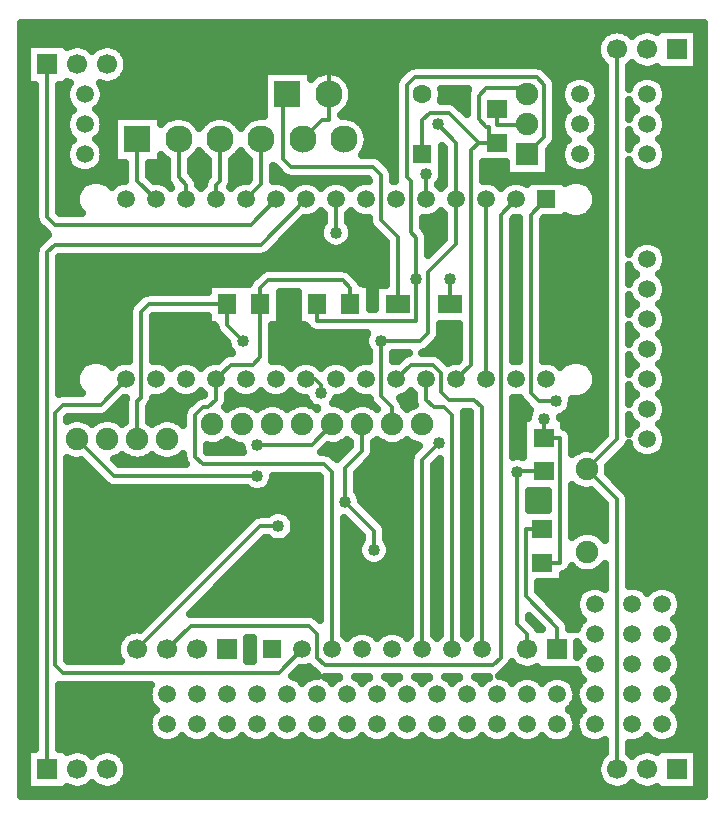
<source format=gbr>
%TF.GenerationSoftware,Novarm,DipTrace,3.3.1.3*%
%TF.CreationDate,2020-02-21T13:35:11+01:00*%
%FSLAX35Y35*%
%MOMM*%
%TF.FileFunction,Copper,L2,Bot*%
%TF.Part,Single*%
%TA.AperFunction,Conductor*%
%ADD14C,0.33*%
%TA.AperFunction,CopperBalancing*%
%ADD15C,0.635*%
%TA.AperFunction,ComponentPad*%
%ADD16R,1.9X1.9*%
%ADD17C,1.9*%
%ADD18R,1.7X1.7*%
%ADD19C,1.7*%
%ADD20R,1.5X1.5*%
%ADD21C,1.5*%
%ADD22C,1.9*%
%ADD23C,1.6*%
%ADD24R,1.6X1.6*%
%ADD25R,1.8X1.6*%
%ADD27R,2.1X1.55*%
%TA.AperFunction,ComponentPad*%
%ADD28C,1.5*%
%ADD29R,1.6X1.8*%
%TA.AperFunction,ComponentPad*%
%ADD30R,2.3X2.3*%
%ADD31C,2.3*%
%TA.AperFunction,ViaPad*%
%ADD32C,1.016*%
G75*
G01*
%LPD*%
X3804165Y5176665D2*
D14*
Y5316165D1*
X3738165Y5382165D1*
X3108165D1*
X3042165Y5316165D1*
Y5176665D1*
X2666855Y4541665D2*
Y4371165D1*
X2600855Y4305165D1*
X2556655D1*
X2490655Y4239165D1*
Y3889175D1*
X2556655Y3823175D1*
X3585165D1*
X3651165Y3757175D1*
Y2255665D1*
X3042165Y5176665D2*
Y4732165D1*
X2976165Y4666165D1*
X2791355D1*
X2666855Y4541665D1*
X2896765Y4868875D2*
X2762165Y5003475D1*
Y5176665D1*
X3620165Y6954665D2*
Y6738165D1*
X3564665D1*
X3400165Y6573665D1*
X4542665Y6700665D2*
X4698855Y6544475D1*
Y6065665D1*
X2762165Y5176665D2*
X2095355D1*
X2029355Y5110665D1*
Y4385765D1*
X2000165Y4356575D1*
Y4033991D1*
X4066355Y4868875D2*
Y4397971D1*
X4159165Y4305161D1*
Y4160665D1*
X4698855Y6065665D2*
Y5690215D1*
X4460965Y5452325D1*
Y4934875D1*
X4394965Y4868875D1*
X4066355D1*
X5302165Y6700665D2*
X5299665Y6698165D1*
X5048165D1*
Y6827665D1*
X3620165Y6954665D2*
Y7368165D1*
X3714665Y7462665D1*
X3270165Y6954665D2*
X3235665Y6920165D1*
Y6409168D1*
X3301665Y6343165D1*
X3995355D1*
X4061355Y6277165D1*
Y5890535D1*
X4206165Y5745725D1*
Y5176665D1*
X4698855Y4541665D2*
X4823355Y4666165D1*
Y6481665D1*
X4889355Y6547665D1*
X4636055Y6800965D1*
X4479165D1*
X4413165Y6734965D1*
Y6446665D1*
X4889355Y6547665D2*
X5048165D1*
X5442165Y4210465D2*
Y4046665D1*
X5048165Y6547665D2*
X4982165D1*
Y6677165D1*
X4955355D1*
X4889355Y6743165D1*
Y6943415D1*
X4955355Y7009418D1*
X5247411D1*
X5302165Y6954665D1*
X5442165Y4046665D2*
X5581665D1*
Y2991665D1*
X5429165D1*
X3015595Y3722875D2*
X1803931D1*
X1492165Y4034641D1*
X3651168Y4160665D2*
X3479978Y3989475D1*
X3015595D1*
X5442165Y3766665D2*
X5226655D1*
X5217155Y3757165D1*
Y2475175D1*
X5302165Y2390165D1*
Y2255665D1*
X5556165D2*
Y2441835D1*
X5289665Y2708335D1*
Y3271665D1*
X5429165D1*
X3905168Y4160665D2*
Y3939158D1*
X3760675Y3794665D1*
Y3506565D1*
X4005465Y3261775D1*
Y3097995D1*
X2920855Y6065665D2*
X3050165Y6194975D1*
Y6573665D1*
X2666855Y6065665D2*
Y6190165D1*
X2700165Y6223475D1*
Y6573665D1*
X2412855Y6065665D2*
Y6190165D1*
X2350165Y6252855D1*
Y6573665D1*
X2158855Y6065665D2*
X2000165Y6224355D1*
Y6573665D1*
X3682855Y5783835D2*
Y6065665D1*
X3428855D2*
X3046735Y5683545D1*
X1304165D1*
X1238165Y5617545D1*
Y1239665D1*
X3174855Y6065665D2*
X2959025Y5849835D1*
X1304165D1*
X1238165Y5915835D1*
Y7208665D1*
X5542465Y4357545D2*
X5397355D1*
X5331355Y4423545D1*
Y5936165D1*
X5460855Y6065665D1*
X3193955Y3298605D2*
X3043105D1*
X2000165Y2255665D1*
X2254165D2*
X2454665Y2456165D1*
X3455665D1*
X3521665Y2390165D1*
Y2187185D1*
X3587665Y2121185D1*
X5011355D1*
X5077355Y2187185D1*
Y5936165D1*
X5206855Y6065665D1*
X4444855Y6281495D2*
Y6065665D1*
X3524165Y5176665D2*
Y5037165D1*
X4360665D1*
Y5392765D1*
X4646165D2*
Y5176665D1*
X4360665Y5392765D2*
Y5743025D1*
X4315355Y5788335D1*
Y6221425D1*
X4283665Y6253115D1*
Y7033165D1*
X4349665Y7099165D1*
X5380665D1*
X5446665Y7033165D1*
Y6591165D1*
X5302165Y6446665D1*
X4557665Y4006965D2*
X4413165Y3862465D1*
Y2255665D1*
X3553355Y4429375D2*
Y4490865D1*
X3502555Y4541665D1*
X3428855D1*
X3397165Y2255665D2*
X3196685Y2055185D1*
X1370165D1*
X1304165Y2121185D1*
Y4259835D1*
X1370165Y4325835D1*
X1689025D1*
X1904855Y4541665D1*
X4444855D2*
Y4371165D1*
X4510855Y4305165D1*
X4601165D1*
X4667165Y4239165D1*
Y2255665D1*
X4190855Y4541665D2*
X4315355Y4666165D1*
X4503355D1*
X4569355Y4600165D1*
Y4437165D1*
X4635355Y4371165D1*
X4855165D1*
X4921165Y4305165D1*
Y2255665D1*
X4952855Y4541665D2*
Y6065665D1*
X6064165Y7335665D2*
Y4033665D1*
X5810165Y3779665D1*
X6062675Y3527155D1*
Y1506905D1*
X6064165Y1505415D1*
Y1239665D1*
D32*
X4066355Y4868875D3*
X2896765D3*
X4542665Y6700665D3*
X5442165Y4210465D3*
X3015595Y3722875D3*
Y3989475D3*
X5217155Y3757165D3*
X4005465Y3097995D3*
X3760675Y3506565D3*
X3682855Y5783835D3*
X5542465Y4357545D3*
X3193955Y3298605D3*
X4444855Y6281495D3*
X4646165Y5392765D3*
X4360665D3*
X4557665Y4006965D3*
X3553355Y4429375D3*
X1022311Y7494748D2*
D15*
X5997658D1*
X6130668D2*
X6251588D1*
X6748638D2*
X6788075D1*
X1022311Y7431581D2*
X5917358D1*
X6748638D2*
X6788075D1*
X1022311Y7368415D2*
X1061745D1*
X1556881D2*
X1681445D1*
X1810905D2*
X5890925D1*
X6748638D2*
X6788075D1*
X1022311Y7305248D2*
X1061745D1*
X1892478D2*
X5890468D1*
X6748638D2*
X6788075D1*
X1022311Y7242081D2*
X1061745D1*
X1919278D2*
X5915808D1*
X6748638D2*
X6788075D1*
X1022311Y7178915D2*
X1061745D1*
X1920005D2*
X4280378D1*
X5449991D2*
X5956185D1*
X6172141D2*
X6245755D1*
X6748638D2*
X6788075D1*
X1022311Y7115748D2*
X1061745D1*
X1894941D2*
X3063765D1*
X3745201D2*
X4216211D1*
X5514068D2*
X5956185D1*
X6172141D2*
X6788075D1*
X1022311Y7052581D2*
X1061745D1*
X1820111D2*
X3063765D1*
X3800981D2*
X4177565D1*
X5552715D2*
X5613661D1*
X5879655D2*
X5956185D1*
X6451138D2*
X6788075D1*
X1022311Y6989415D2*
X1130195D1*
X1346061D2*
X1393061D1*
X1718301D2*
X3063765D1*
X3823585D2*
X4175745D1*
X4580918D2*
X4792435D1*
X5554628D2*
X5584038D1*
X5909278D2*
X5956185D1*
X6480761D2*
X6788075D1*
X1022311Y6926248D2*
X1130195D1*
X1346061D2*
X1391785D1*
X1719575D2*
X3063765D1*
X3824588D2*
X4175745D1*
X4582101D2*
X4781408D1*
X5554628D2*
X5582818D1*
X5910551D2*
X5956185D1*
X6482038D2*
X6788075D1*
X1022311Y6863081D2*
X1130195D1*
X1346061D2*
X1418035D1*
X1693325D2*
X3063765D1*
X3804445D2*
X4175745D1*
X4723925D2*
X4781408D1*
X5554628D2*
X5609011D1*
X5884301D2*
X5956185D1*
X6455788D2*
X6788075D1*
X1022311Y6799915D2*
X1130195D1*
X1346061D2*
X1423685D1*
X1687585D2*
X3063765D1*
X3753311D2*
X4175745D1*
X5554628D2*
X5614661D1*
X5878651D2*
X5956185D1*
X6450135D2*
X6788075D1*
X1022311Y6736748D2*
X1130195D1*
X1346061D2*
X1393335D1*
X1718028D2*
X1793738D1*
X2206568D2*
X2227865D1*
X2472441D2*
X2577865D1*
X2822441D2*
X2927865D1*
X3872441D2*
X4175745D1*
X5554628D2*
X5584311D1*
X5909001D2*
X5956185D1*
X6480488D2*
X6788075D1*
X1022311Y6673581D2*
X1130195D1*
X1346061D2*
X1391511D1*
X1719758D2*
X1793738D1*
X3929861D2*
X4175745D1*
X5554628D2*
X5582498D1*
X5910825D2*
X5956185D1*
X6482311D2*
X6788075D1*
X1022311Y6610415D2*
X1130195D1*
X1346061D2*
X1417125D1*
X1694238D2*
X1793738D1*
X3953195D2*
X4175745D1*
X5554628D2*
X5608101D1*
X5885215D2*
X5956185D1*
X6456698D2*
X6788075D1*
X1022311Y6547248D2*
X1130195D1*
X1346061D2*
X1424778D1*
X1686581D2*
X1793738D1*
X3954835D2*
X4175745D1*
X5544601D2*
X5615755D1*
X5877558D2*
X5956185D1*
X6449041D2*
X6788075D1*
X1022311Y6484081D2*
X1130195D1*
X1346061D2*
X1393698D1*
X1717661D2*
X1793738D1*
X3935421D2*
X4175745D1*
X5489641D2*
X5584675D1*
X5908638D2*
X5956185D1*
X6480215D2*
X6788075D1*
X1022311Y6420915D2*
X1130195D1*
X1346061D2*
X1391328D1*
X1720031D2*
X1793738D1*
X2485748D2*
X2564558D1*
X2835748D2*
X2914558D1*
X4067128D2*
X4175745D1*
X5488638D2*
X5582305D1*
X5911008D2*
X5956185D1*
X6482491D2*
X6788075D1*
X1022311Y6357748D2*
X1130195D1*
X1346061D2*
X1416211D1*
X1695148D2*
X1892268D1*
X2108131D2*
X2242268D1*
X2458131D2*
X2592268D1*
X2808131D2*
X2942268D1*
X4130748D2*
X4175745D1*
X4931281D2*
X5115731D1*
X5488638D2*
X5607188D1*
X5886125D2*
X5956185D1*
X6457611D2*
X6788075D1*
X1022311Y6294581D2*
X1130195D1*
X1346061D2*
X1499338D1*
X1612025D2*
X1892268D1*
X2108131D2*
X2242268D1*
X2458495D2*
X2592268D1*
X2808131D2*
X2942268D1*
X3158131D2*
X3200208D1*
X4931281D2*
X5115731D1*
X5488638D2*
X5690315D1*
X5803001D2*
X5956185D1*
X6172141D2*
X6261798D1*
X6374485D2*
X6788075D1*
X1022311Y6231415D2*
X1130195D1*
X1346061D2*
X1619375D1*
X1682298D2*
X1892268D1*
X2143131D2*
X2244545D1*
X2512088D2*
X2567658D1*
X2808131D2*
X2936615D1*
X3158131D2*
X3953438D1*
X4931281D2*
X5683385D1*
X5746308D2*
X5956185D1*
X6172141D2*
X6788075D1*
X1022311Y6168248D2*
X1130195D1*
X1346061D2*
X1511915D1*
X5853768D2*
X5956185D1*
X6172141D2*
X6788075D1*
X1022311Y6105081D2*
X1130195D1*
X1346061D2*
X1481565D1*
X5884121D2*
X5956185D1*
X6172141D2*
X6788075D1*
X1022311Y6041915D2*
X1130195D1*
X1346061D2*
X1478555D1*
X5887128D2*
X5956185D1*
X6172141D2*
X6788075D1*
X1022311Y5978748D2*
X1130195D1*
X1346061D2*
X1501161D1*
X5864525D2*
X5956185D1*
X6172141D2*
X6788075D1*
X1022311Y5915581D2*
X1130195D1*
X3490905D2*
X3574911D1*
X3790775D2*
X3874778D1*
X4506908D2*
X4590911D1*
X5795891D2*
X5956185D1*
X6172141D2*
X6788075D1*
X1022311Y5852415D2*
X1152435D1*
X3365668D2*
X3559231D1*
X3806541D2*
X3960821D1*
X4423325D2*
X4590911D1*
X5185305D2*
X5223375D1*
X5439328D2*
X5956185D1*
X6172141D2*
X6788075D1*
X1022311Y5789248D2*
X1214688D1*
X3302415D2*
X3540731D1*
X3824955D2*
X4012591D1*
X4457505D2*
X4590911D1*
X5185305D2*
X5223375D1*
X5439328D2*
X5956185D1*
X6172141D2*
X6788075D1*
X1022311Y5726081D2*
X1196641D1*
X3239251D2*
X3553491D1*
X3812195D2*
X4075755D1*
X4468625D2*
X4584715D1*
X5185305D2*
X5223375D1*
X5439328D2*
X5956185D1*
X6172141D2*
X6788075D1*
X1022311Y5662915D2*
X1140951D1*
X3176085D2*
X3614468D1*
X3751218D2*
X4098268D1*
X4468625D2*
X4521551D1*
X5185305D2*
X5223375D1*
X5439328D2*
X5956185D1*
X6445121D2*
X6788075D1*
X1022311Y5599748D2*
X1130195D1*
X3110551D2*
X4098268D1*
X5185305D2*
X5223375D1*
X5439328D2*
X5956185D1*
X6478938D2*
X6788075D1*
X1022311Y5536581D2*
X1130195D1*
X1346061D2*
X4098268D1*
X5185305D2*
X5223375D1*
X5439328D2*
X5956185D1*
X6483221D2*
X6788075D1*
X1022311Y5473415D2*
X1130195D1*
X1346061D2*
X3057201D1*
X3789135D2*
X4098268D1*
X5185305D2*
X5223375D1*
X5439328D2*
X5956185D1*
X6460618D2*
X6788075D1*
X1022311Y5410248D2*
X1130195D1*
X1346061D2*
X2986198D1*
X3860135D2*
X4098268D1*
X5185305D2*
X5223375D1*
X5439328D2*
X5956185D1*
X6172141D2*
X6192345D1*
X6443938D2*
X6788075D1*
X1022311Y5347081D2*
X1130195D1*
X1346061D2*
X2590718D1*
X3975618D2*
X4098268D1*
X5185305D2*
X5223375D1*
X5439328D2*
X5956185D1*
X6478575D2*
X6788075D1*
X1022311Y5283915D2*
X1130195D1*
X1346061D2*
X2590718D1*
X3975618D2*
X4009768D1*
X5185305D2*
X5223375D1*
X5439328D2*
X5956185D1*
X6483405D2*
X6788075D1*
X1022311Y5220748D2*
X1130195D1*
X1346061D2*
X1989428D1*
X3213638D2*
X3352695D1*
X3975618D2*
X4009768D1*
X5185305D2*
X5223375D1*
X5439328D2*
X5956185D1*
X6461438D2*
X6788075D1*
X1022311Y5157581D2*
X1130195D1*
X1346061D2*
X1932918D1*
X3213638D2*
X3352695D1*
X3975618D2*
X4009768D1*
X5185305D2*
X5223375D1*
X5439328D2*
X5956185D1*
X6172141D2*
X6193528D1*
X6442751D2*
X6788075D1*
X1022311Y5094415D2*
X1130195D1*
X1346061D2*
X1921435D1*
X3213638D2*
X3352695D1*
X5185305D2*
X5223375D1*
X5439328D2*
X5956185D1*
X6478208D2*
X6788075D1*
X1022311Y5031248D2*
X1130195D1*
X1346061D2*
X1921435D1*
X2137298D2*
X2590718D1*
X3213638D2*
X3352695D1*
X5185305D2*
X5223375D1*
X5439328D2*
X5956185D1*
X6483585D2*
X6788075D1*
X1022311Y4968081D2*
X1130195D1*
X1346061D2*
X1921435D1*
X2137298D2*
X2660625D1*
X3150111D2*
X3443295D1*
X4568885D2*
X4715418D1*
X5185305D2*
X5223375D1*
X5439328D2*
X5956185D1*
X6462258D2*
X6788075D1*
X1022311Y4904915D2*
X1130195D1*
X1346061D2*
X1921435D1*
X2137298D2*
X2710665D1*
X3150111D2*
X3929011D1*
X4564418D2*
X4715418D1*
X5185305D2*
X5223375D1*
X5439328D2*
X5956185D1*
X6172141D2*
X6194805D1*
X6441568D2*
X6788075D1*
X1022311Y4841748D2*
X1130195D1*
X1346061D2*
X1921435D1*
X2137298D2*
X2757241D1*
X3150111D2*
X3926825D1*
X4517845D2*
X4715418D1*
X5185305D2*
X5223375D1*
X5439328D2*
X5956185D1*
X6477845D2*
X6788075D1*
X1022311Y4778581D2*
X1130195D1*
X1346061D2*
X1921435D1*
X2137298D2*
X2788868D1*
X3150111D2*
X3958451D1*
X4447845D2*
X4715418D1*
X5185305D2*
X5223375D1*
X5439328D2*
X5956185D1*
X6483678D2*
X6788075D1*
X1022311Y4715415D2*
X1130195D1*
X1346061D2*
X1921435D1*
X2137298D2*
X2690611D1*
X3148741D2*
X3958451D1*
X4174315D2*
X4214571D1*
X4604158D2*
X4715418D1*
X5185305D2*
X5223375D1*
X5439328D2*
X5956185D1*
X6463078D2*
X6788075D1*
X1022311Y4652248D2*
X1130195D1*
X1346061D2*
X1518478D1*
X5847205D2*
X5956185D1*
X6172141D2*
X6196081D1*
X6440291D2*
X6788075D1*
X1022311Y4589081D2*
X1130195D1*
X1346061D2*
X1483751D1*
X5882025D2*
X5956185D1*
X6477388D2*
X6788075D1*
X1022311Y4525915D2*
X1130195D1*
X1346061D2*
X1477645D1*
X5888131D2*
X5956185D1*
X6483861D2*
X6788075D1*
X1022311Y4462748D2*
X1130195D1*
X1346061D2*
X1496601D1*
X5869081D2*
X5956185D1*
X6463808D2*
X6788075D1*
X1022311Y4399581D2*
X1130195D1*
X2238925D2*
X2332775D1*
X2492948D2*
X2512848D1*
X2774771D2*
X2840731D1*
X3000995D2*
X3094755D1*
X3254928D2*
X3348778D1*
X3762975D2*
X3856731D1*
X4270931D2*
X4336888D1*
X5810201D2*
X5956185D1*
X6172141D2*
X6197358D1*
X6439015D2*
X6788075D1*
X1022311Y4336415D2*
X1130195D1*
X1849641D2*
X1892268D1*
X2124538D2*
X2437865D1*
X2768665D2*
X2843555D1*
X2934825D2*
X3097488D1*
X3188848D2*
X3351511D1*
X3696801D2*
X3859558D1*
X3950825D2*
X3979231D1*
X4262181D2*
X4343088D1*
X5185305D2*
X5268491D1*
X5683051D2*
X5956185D1*
X6477025D2*
X6788075D1*
X1022311Y4273248D2*
X1130195D1*
X1786478D2*
X1892268D1*
X2108131D2*
X2388648D1*
X5185305D2*
X5315338D1*
X5655435D2*
X5956185D1*
X6483951D2*
X6788075D1*
X1022311Y4210081D2*
X1130195D1*
X1412141D2*
X1445195D1*
X1539198D2*
X1700588D1*
X1791765D2*
X1892268D1*
X2108131D2*
X2211641D1*
X2296711D2*
X2382721D1*
X4775148D2*
X4813218D1*
X5185305D2*
X5260745D1*
X5623625D2*
X5956185D1*
X6464538D2*
X6788075D1*
X1022311Y4146915D2*
X1130195D1*
X4775148D2*
X4813218D1*
X5185305D2*
X5260745D1*
X5623625D2*
X5956185D1*
X6172141D2*
X6198635D1*
X6437648D2*
X6788075D1*
X1022311Y4083748D2*
X1130195D1*
X4775148D2*
X4813218D1*
X5185305D2*
X5260745D1*
X5682598D2*
X5956185D1*
X6476568D2*
X6788075D1*
X1022311Y4020581D2*
X1130195D1*
X4775148D2*
X4813218D1*
X5185305D2*
X5260745D1*
X5689615D2*
X5901041D1*
X6484041D2*
X6788075D1*
X1022311Y3957415D2*
X1130195D1*
X2598585D2*
X2877188D1*
X3597908D2*
X3773425D1*
X4013078D2*
X4358125D1*
X4775148D2*
X4813218D1*
X5185305D2*
X5260745D1*
X5689615D2*
X5774898D1*
X6137961D2*
X6171018D1*
X6465265D2*
X6788075D1*
X1022311Y3894248D2*
X1130195D1*
X3664081D2*
X3710261D1*
X4002598D2*
X4310365D1*
X4775148D2*
X4813218D1*
X5185305D2*
X5260745D1*
X6074798D2*
X6233088D1*
X6403195D2*
X6788075D1*
X1022311Y3831081D2*
X1130195D1*
X1412141D2*
X1545731D1*
X1845721D2*
X2400951D1*
X3947088D2*
X4305261D1*
X4531788D2*
X4559195D1*
X4775148D2*
X4813218D1*
X6011635D2*
X6788075D1*
X1022311Y3767915D2*
X1130195D1*
X1412141D2*
X1608895D1*
X3883925D2*
X4305261D1*
X4521125D2*
X4559195D1*
X4775148D2*
X4813218D1*
X5996228D2*
X6788075D1*
X1022311Y3704748D2*
X1130195D1*
X1412141D2*
X1672058D1*
X3156581D2*
X3543191D1*
X3868611D2*
X4305261D1*
X4521125D2*
X4559195D1*
X4775148D2*
X4813218D1*
X6035058D2*
X6788075D1*
X1022311Y3641581D2*
X1130195D1*
X1412141D2*
X1736681D1*
X3130878D2*
X3543191D1*
X3868611D2*
X4305261D1*
X4521125D2*
X4559195D1*
X4775148D2*
X4813218D1*
X6098311D2*
X6788075D1*
X1022311Y3578415D2*
X1130195D1*
X1412141D2*
X3543191D1*
X3882375D2*
X4305261D1*
X4521125D2*
X4559195D1*
X4775148D2*
X4813218D1*
X5325121D2*
X5473751D1*
X5689615D2*
X5861395D1*
X6156738D2*
X6788075D1*
X1022311Y3515248D2*
X1130195D1*
X1412141D2*
X3543191D1*
X3902611D2*
X4305261D1*
X4521125D2*
X4559195D1*
X4775148D2*
X4813218D1*
X5325121D2*
X5473751D1*
X5689615D2*
X5924558D1*
X6170591D2*
X6788075D1*
X1022311Y3452081D2*
X1130195D1*
X1412141D2*
X3543191D1*
X3965135D2*
X4305261D1*
X4521125D2*
X4559195D1*
X4775148D2*
X4813218D1*
X5325121D2*
X5473751D1*
X5689615D2*
X5954728D1*
X6170591D2*
X6788075D1*
X1022311Y3388915D2*
X1130195D1*
X1412141D2*
X2990208D1*
X3301868D2*
X3543191D1*
X4028301D2*
X4305261D1*
X4521125D2*
X4559195D1*
X4775148D2*
X4813218D1*
X5689615D2*
X5954728D1*
X6170591D2*
X6788075D1*
X1022311Y3325748D2*
X1130195D1*
X1412141D2*
X2920208D1*
X3333495D2*
X3543191D1*
X3759145D2*
X3791471D1*
X4090735D2*
X4305261D1*
X4521125D2*
X4559195D1*
X4775148D2*
X4813218D1*
X5689615D2*
X5954728D1*
X6170591D2*
X6788075D1*
X1022311Y3262581D2*
X1130195D1*
X1412141D2*
X2857045D1*
X3331308D2*
X3543191D1*
X3759145D2*
X3854635D1*
X4113431D2*
X4305261D1*
X4521125D2*
X4559195D1*
X4775148D2*
X4813218D1*
X5689615D2*
X5954728D1*
X6170591D2*
X6788075D1*
X1022311Y3199415D2*
X1130195D1*
X1412141D2*
X2793881D1*
X3293208D2*
X3543191D1*
X3759145D2*
X3897565D1*
X4113431D2*
X4305261D1*
X4521125D2*
X4559195D1*
X4775148D2*
X4813218D1*
X6170591D2*
X6788075D1*
X1022311Y3136248D2*
X1130195D1*
X1412141D2*
X2730718D1*
X3030801D2*
X3543191D1*
X3759145D2*
X3868765D1*
X4142231D2*
X4305261D1*
X4521125D2*
X4559195D1*
X4775148D2*
X4813218D1*
X6170591D2*
X6788075D1*
X1022311Y3073081D2*
X1130195D1*
X1412141D2*
X2667551D1*
X2967635D2*
X3543191D1*
X3759145D2*
X3865481D1*
X4145421D2*
X4305261D1*
X4521125D2*
X4559195D1*
X4775148D2*
X4813218D1*
X6170591D2*
X6788075D1*
X1022311Y3009915D2*
X1130195D1*
X1412141D2*
X2604388D1*
X2904471D2*
X3543191D1*
X3759145D2*
X3895651D1*
X4115251D2*
X4305261D1*
X4521125D2*
X4559195D1*
X4775148D2*
X4813218D1*
X6170591D2*
X6788075D1*
X1022311Y2946748D2*
X1130195D1*
X1412141D2*
X2541225D1*
X2841308D2*
X3543191D1*
X3759145D2*
X4305261D1*
X4521125D2*
X4559195D1*
X4775148D2*
X4813218D1*
X6170591D2*
X6788075D1*
X1022311Y2883581D2*
X1130195D1*
X1412141D2*
X2478061D1*
X2778145D2*
X3543191D1*
X3759145D2*
X4305261D1*
X4521125D2*
X4559195D1*
X4775148D2*
X4813218D1*
X5610591D2*
X5954728D1*
X6170591D2*
X6788075D1*
X1022311Y2820415D2*
X1130195D1*
X1412141D2*
X2414898D1*
X2714978D2*
X3543191D1*
X3759145D2*
X4305261D1*
X4521125D2*
X4559195D1*
X4775148D2*
X4813218D1*
X5397585D2*
X5954728D1*
X6170591D2*
X6788075D1*
X1022311Y2757248D2*
X1130195D1*
X1412141D2*
X2351731D1*
X2651725D2*
X3543191D1*
X3759145D2*
X4305261D1*
X4521125D2*
X4559195D1*
X4775148D2*
X4813218D1*
X5397585D2*
X5762045D1*
X6302845D2*
X6333528D1*
X6556778D2*
X6788075D1*
X1022311Y2694081D2*
X1130195D1*
X1412141D2*
X2288568D1*
X2588561D2*
X3543191D1*
X3759145D2*
X4305261D1*
X4521125D2*
X4559195D1*
X4775148D2*
X4813218D1*
X5453911D2*
X5717838D1*
X6600981D2*
X6788075D1*
X1022311Y2630915D2*
X1130195D1*
X1412141D2*
X2225405D1*
X2525395D2*
X3543191D1*
X3759145D2*
X4305261D1*
X4521125D2*
X4559195D1*
X4775148D2*
X4813218D1*
X5517075D2*
X5707358D1*
X6611465D2*
X6788075D1*
X1022311Y2567748D2*
X1130195D1*
X1412141D2*
X2162241D1*
X2462231D2*
X3543191D1*
X3759145D2*
X4305261D1*
X4521125D2*
X4559195D1*
X4775148D2*
X4813218D1*
X5580241D2*
X5722851D1*
X6595968D2*
X6788075D1*
X1022311Y2504581D2*
X1130195D1*
X1412141D2*
X2099078D1*
X3759145D2*
X4305261D1*
X4521125D2*
X4559195D1*
X4775148D2*
X4813218D1*
X5642401D2*
X5763595D1*
X6555228D2*
X6788075D1*
X1022311Y2441415D2*
X1130195D1*
X1412141D2*
X2035911D1*
X3759145D2*
X4305261D1*
X4521125D2*
X4559195D1*
X4775148D2*
X4813218D1*
X5664095D2*
X5718385D1*
X6600435D2*
X6788075D1*
X1022311Y2378248D2*
X1130195D1*
X1412141D2*
X1875861D1*
X3760515D2*
X3795848D1*
X4014445D2*
X4049871D1*
X4268468D2*
X4303801D1*
X4522491D2*
X4557828D1*
X4776515D2*
X4811851D1*
X6611555D2*
X6788075D1*
X1022311Y2315081D2*
X1130195D1*
X1412141D2*
X1834481D1*
X2938561D2*
X2976718D1*
X6596608D2*
X6788075D1*
X1022311Y2251915D2*
X1130195D1*
X1412141D2*
X1823725D1*
X2938561D2*
X2976718D1*
X5732635D2*
X5765145D1*
X6553678D2*
X6788075D1*
X1022311Y2188748D2*
X1130195D1*
X1412141D2*
X1837398D1*
X2938561D2*
X2976718D1*
X6599888D2*
X6788075D1*
X1022311Y2125581D2*
X1130195D1*
X5164525D2*
X5186165D1*
X6611555D2*
X6788075D1*
X1022311Y2062415D2*
X1130195D1*
X3353911D2*
X3496435D1*
X5102635D2*
X5721578D1*
X6597245D2*
X6788075D1*
X1022311Y1999248D2*
X1130195D1*
X3377061D2*
X3417318D1*
X3631085D2*
X3671251D1*
X3885018D2*
X3925275D1*
X4139041D2*
X4179298D1*
X4393065D2*
X4433321D1*
X4647088D2*
X4687255D1*
X4901021D2*
X4941278D1*
X5155045D2*
X5195301D1*
X5409068D2*
X5449231D1*
X5663091D2*
X5766785D1*
X6552038D2*
X6788075D1*
X1022311Y1936081D2*
X1130195D1*
X1346061D2*
X2099988D1*
X6599341D2*
X6788075D1*
X1022311Y1872915D2*
X1130195D1*
X1346061D2*
X2087775D1*
X6611555D2*
X6788075D1*
X1022311Y1809748D2*
X1130195D1*
X1346061D2*
X2101445D1*
X6597885D2*
X6788075D1*
X1022311Y1746581D2*
X1130195D1*
X1346061D2*
X2148935D1*
X5661361D2*
X5768425D1*
X6550395D2*
X6788075D1*
X1022311Y1683415D2*
X1130195D1*
X1346061D2*
X2100535D1*
X6598795D2*
X6788075D1*
X1022311Y1620248D2*
X1130195D1*
X1346061D2*
X2087685D1*
X6611645D2*
X6788075D1*
X1022311Y1557081D2*
X1130195D1*
X1346061D2*
X2100898D1*
X6598431D2*
X6788075D1*
X1022311Y1493915D2*
X1130195D1*
X1346061D2*
X2150028D1*
X2358325D2*
X2404051D1*
X2612348D2*
X2657981D1*
X2866281D2*
X2912005D1*
X3120305D2*
X3166028D1*
X3374328D2*
X3420051D1*
X3628351D2*
X3673985D1*
X3882285D2*
X3928008D1*
X4136308D2*
X4182031D1*
X4390331D2*
X4436055D1*
X4644265D2*
X4689988D1*
X4898288D2*
X4944011D1*
X5152311D2*
X5198035D1*
X5406335D2*
X5452058D1*
X5660265D2*
X5769518D1*
X6295278D2*
X6341005D1*
X6549301D2*
X6788075D1*
X1022311Y1430748D2*
X1130195D1*
X1346061D2*
X5956185D1*
X6172141D2*
X6788075D1*
X1022311Y1367581D2*
X1061745D1*
X1864588D2*
X5945705D1*
X6748638D2*
X6788075D1*
X1022311Y1304415D2*
X1061745D1*
X1909798D2*
X5900495D1*
X6748638D2*
X6788075D1*
X1022311Y1241248D2*
X1061745D1*
X1922558D2*
X5887735D1*
X6748638D2*
X6788075D1*
X1022311Y1178081D2*
X1061745D1*
X1911075D2*
X5899218D1*
X6748638D2*
X6788075D1*
X1022311Y1114915D2*
X1061745D1*
X1868145D2*
X5942148D1*
X6748638D2*
X6788075D1*
X1022311Y1051748D2*
X6788075D1*
X5482255Y6483018D2*
Y6266575D1*
X5122075D1*
Y6382605D1*
X4924935Y6382575D1*
X4924945Y6223265D1*
X4940295Y6225261D1*
X4965415D1*
X4990228Y6221331D1*
X5014118Y6213568D1*
X5036501Y6202165D1*
X5056825Y6187398D1*
X5074588Y6169635D1*
X5079785Y6163041D1*
X5093655Y6178865D1*
X5112755Y6195181D1*
X5134175Y6208305D1*
X5157385Y6217918D1*
X5181811Y6223785D1*
X5206855Y6225755D1*
X5231898Y6223785D1*
X5256325Y6217918D1*
X5279535Y6208305D1*
X5300748Y6195318D1*
X5300765Y6225755D1*
X5620945D1*
Y6204518D1*
X5638748Y6215035D1*
X5663051Y6225101D1*
X5688631Y6231241D1*
X5714855Y6233305D1*
X5741078Y6231241D1*
X5766658Y6225101D1*
X5790961Y6215035D1*
X5813391Y6201288D1*
X5833395Y6184205D1*
X5850478Y6164201D1*
X5864225Y6141771D1*
X5874291Y6117468D1*
X5880431Y6091888D1*
X5882495Y6065665D1*
X5880431Y6039441D1*
X5874291Y6013861D1*
X5864225Y5989558D1*
X5850478Y5967128D1*
X5833395Y5947125D1*
X5813391Y5930041D1*
X5790961Y5916295D1*
X5766658Y5906228D1*
X5741078Y5900088D1*
X5714855Y5898025D1*
X5688631Y5900088D1*
X5663051Y5906228D1*
X5638748Y5916295D1*
X5620978Y5926928D1*
X5620945Y5905575D1*
X5444395D1*
X5432985Y5894125D1*
X5432945Y4699225D1*
X5448295Y4701261D1*
X5473415D1*
X5498228Y4697331D1*
X5522118Y4689568D1*
X5544501Y4678165D1*
X5564825Y4663398D1*
X5582985Y4645135D1*
X5596315Y4660205D1*
X5616318Y4677288D1*
X5638748Y4691035D1*
X5663051Y4701101D1*
X5688631Y4707241D1*
X5714855Y4709305D1*
X5741078Y4707241D1*
X5766658Y4701101D1*
X5790961Y4691035D1*
X5813391Y4677288D1*
X5833395Y4660205D1*
X5850478Y4640201D1*
X5864225Y4617771D1*
X5874291Y4593468D1*
X5880431Y4567888D1*
X5882495Y4541665D1*
X5880431Y4515441D1*
X5874291Y4489861D1*
X5864225Y4465558D1*
X5850478Y4443128D1*
X5833395Y4423125D1*
X5813391Y4406041D1*
X5790961Y4392295D1*
X5766658Y4382228D1*
X5741078Y4376088D1*
X5714855Y4374025D1*
X5688631Y4376088D1*
X5676778Y4378445D1*
X5678355Y4357545D1*
X5676681Y4336288D1*
X5671705Y4315551D1*
X5663545Y4295851D1*
X5652401Y4277671D1*
X5638555Y4261455D1*
X5622338Y4247608D1*
X5604158Y4236465D1*
X5584458Y4228305D1*
X5577115Y4226235D1*
X5578005Y4211755D1*
X5617255D1*
Y4141845D1*
X5634745Y4133285D1*
X5647641Y4123915D1*
X5658915Y4112641D1*
X5668285Y4099745D1*
X5675521Y4085541D1*
X5680448Y4070381D1*
X5682941Y4054635D1*
X5683255Y3953331D1*
Y3907485D1*
X5704311Y3925361D1*
X5728405Y3940125D1*
X5754515Y3950941D1*
X5781991Y3957538D1*
X5810165Y3959755D1*
X5838338Y3957538D1*
X5843375Y3956535D1*
X5962551Y4075721D1*
X5962575Y7199251D1*
X5943891Y7215391D1*
X5926558Y7235688D1*
X5912615Y7258445D1*
X5902398Y7283105D1*
X5896168Y7309058D1*
X5894075Y7335665D1*
X5896168Y7362271D1*
X5902398Y7388225D1*
X5912615Y7412885D1*
X5926558Y7435641D1*
X5943891Y7455938D1*
X5964188Y7473271D1*
X5986945Y7487215D1*
X6011605Y7497431D1*
X6037558Y7503661D1*
X6064165Y7505755D1*
X6090771Y7503661D1*
X6116725Y7497431D1*
X6141385Y7487215D1*
X6164141Y7473271D1*
X6184438Y7455938D1*
X6191128Y7448695D1*
X6207701Y7465001D1*
X6229291Y7480691D1*
X6253075Y7492808D1*
X6278458Y7501055D1*
X6304818Y7505231D1*
X6331511D1*
X6357871Y7501055D1*
X6383255Y7492808D1*
X6402075Y7483468D1*
Y7505755D1*
X6742255D1*
Y7165575D1*
X6402075D1*
Y7187721D1*
X6383255Y7178521D1*
X6357871Y7170275D1*
X6331511Y7166098D1*
X6304818D1*
X6278458Y7170275D1*
X6253075Y7178521D1*
X6229291Y7190638D1*
X6207701Y7206328D1*
X6191201Y7222635D1*
X6174628Y7206328D1*
X6165738Y7199318D1*
X6165911Y7004135D1*
X6175525Y7027345D1*
X6188648Y7048765D1*
X6204965Y7067865D1*
X6224065Y7084181D1*
X6245485Y7097305D1*
X6268695Y7106918D1*
X6293121Y7112785D1*
X6318165Y7114755D1*
X6343208Y7112785D1*
X6367635Y7106918D1*
X6390845Y7097305D1*
X6412265Y7084181D1*
X6431365Y7067865D1*
X6447681Y7048765D1*
X6460805Y7027345D1*
X6470418Y7004135D1*
X6476285Y6979708D1*
X6478255Y6954665D1*
X6476285Y6929621D1*
X6470418Y6905195D1*
X6460805Y6881985D1*
X6447681Y6860565D1*
X6431365Y6841465D1*
X6415541Y6827735D1*
X6431365Y6813865D1*
X6447681Y6794765D1*
X6460805Y6773345D1*
X6470418Y6750135D1*
X6476285Y6725708D1*
X6478255Y6700665D1*
X6476285Y6675621D1*
X6470418Y6651195D1*
X6460805Y6627985D1*
X6447681Y6606565D1*
X6431365Y6587465D1*
X6415541Y6573735D1*
X6431365Y6559865D1*
X6447681Y6540765D1*
X6460805Y6519345D1*
X6470418Y6496135D1*
X6476285Y6471708D1*
X6478255Y6446665D1*
X6476285Y6421621D1*
X6470418Y6397195D1*
X6460805Y6373985D1*
X6447681Y6352565D1*
X6431365Y6333465D1*
X6412265Y6317148D1*
X6390845Y6304025D1*
X6367635Y6294411D1*
X6343208Y6288545D1*
X6318165Y6286575D1*
X6293121Y6288545D1*
X6268695Y6294411D1*
X6245485Y6304025D1*
X6224065Y6317148D1*
X6204965Y6333465D1*
X6188648Y6352565D1*
X6175525Y6373985D1*
X6165765Y6397715D1*
X6165911Y5607135D1*
X6175525Y5630345D1*
X6188648Y5651765D1*
X6204965Y5670865D1*
X6224065Y5687181D1*
X6245485Y5700305D1*
X6268695Y5709918D1*
X6293121Y5715785D1*
X6318165Y5717755D1*
X6343208Y5715785D1*
X6367635Y5709918D1*
X6390845Y5700305D1*
X6412265Y5687181D1*
X6431365Y5670865D1*
X6447681Y5651765D1*
X6460805Y5630345D1*
X6470418Y5607135D1*
X6476285Y5582708D1*
X6478255Y5557665D1*
X6476285Y5532621D1*
X6470418Y5508195D1*
X6460805Y5484985D1*
X6447681Y5463565D1*
X6431365Y5444465D1*
X6415541Y5430735D1*
X6431365Y5416865D1*
X6447681Y5397765D1*
X6460805Y5376345D1*
X6470418Y5353135D1*
X6476285Y5328708D1*
X6478255Y5303665D1*
X6476285Y5278621D1*
X6470418Y5254195D1*
X6460805Y5230985D1*
X6447681Y5209565D1*
X6431365Y5190465D1*
X6415541Y5176735D1*
X6431365Y5162865D1*
X6447681Y5143765D1*
X6460805Y5122345D1*
X6470418Y5099135D1*
X6476285Y5074708D1*
X6478255Y5049665D1*
X6476285Y5024621D1*
X6470418Y5000195D1*
X6460805Y4976985D1*
X6447681Y4955565D1*
X6431365Y4936465D1*
X6415541Y4922735D1*
X6431365Y4908865D1*
X6447681Y4889765D1*
X6460805Y4868345D1*
X6470418Y4845135D1*
X6476285Y4820708D1*
X6478255Y4795665D1*
X6476285Y4770621D1*
X6470418Y4746195D1*
X6460805Y4722985D1*
X6447681Y4701565D1*
X6431365Y4682465D1*
X6415541Y4668735D1*
X6431365Y4654865D1*
X6447681Y4635765D1*
X6460805Y4614345D1*
X6470418Y4591135D1*
X6476285Y4566708D1*
X6478255Y4541665D1*
X6476285Y4516621D1*
X6470418Y4492195D1*
X6460805Y4468985D1*
X6447681Y4447565D1*
X6431365Y4428465D1*
X6415541Y4414735D1*
X6431365Y4400865D1*
X6447681Y4381765D1*
X6460805Y4360345D1*
X6470418Y4337135D1*
X6476285Y4312708D1*
X6478255Y4287665D1*
X6476285Y4262621D1*
X6470418Y4238195D1*
X6460805Y4214985D1*
X6447681Y4193565D1*
X6431365Y4174465D1*
X6415541Y4160735D1*
X6431365Y4146865D1*
X6447681Y4127765D1*
X6460805Y4106345D1*
X6470418Y4083135D1*
X6476285Y4058708D1*
X6478255Y4033665D1*
X6476285Y4008621D1*
X6470418Y3984195D1*
X6460805Y3960985D1*
X6447681Y3939565D1*
X6431365Y3920465D1*
X6412265Y3904148D1*
X6390845Y3891025D1*
X6367635Y3881411D1*
X6343208Y3875545D1*
X6318165Y3873575D1*
X6293121Y3875545D1*
X6268695Y3881411D1*
X6245485Y3891025D1*
X6224065Y3904148D1*
X6204965Y3920465D1*
X6188648Y3939565D1*
X6175525Y3960985D1*
X6165911Y3984195D1*
X6161108Y4003275D1*
X6154681Y3987545D1*
X6146355Y3973951D1*
X6136001Y3961828D1*
X5987185Y3813015D1*
X5989698Y3793795D1*
Y3765535D1*
X5987035Y3746455D1*
X6139925Y3593131D1*
X6149295Y3580235D1*
X6156531Y3566031D1*
X6161458Y3550871D1*
X6163951Y3535125D1*
X6164265Y3433821D1*
Y2794435D1*
X6178605Y2796261D1*
X6203725D1*
X6228538Y2792331D1*
X6252428Y2784568D1*
X6274811Y2773165D1*
X6295135Y2758398D1*
X6312898Y2740635D1*
X6318095Y2734041D1*
X6331965Y2749865D1*
X6351065Y2766181D1*
X6372485Y2779305D1*
X6395695Y2788918D1*
X6420121Y2794785D1*
X6445165Y2796755D1*
X6470208Y2794785D1*
X6494635Y2788918D1*
X6517845Y2779305D1*
X6539265Y2766181D1*
X6558365Y2749865D1*
X6574681Y2730765D1*
X6587805Y2709345D1*
X6597418Y2686135D1*
X6603285Y2661708D1*
X6605255Y2636665D1*
X6603285Y2611621D1*
X6597418Y2587195D1*
X6587805Y2563985D1*
X6574681Y2542565D1*
X6558365Y2523465D1*
X6542541Y2509735D1*
X6558365Y2495865D1*
X6574681Y2476765D1*
X6587805Y2455345D1*
X6597418Y2432135D1*
X6603285Y2407708D1*
X6605255Y2382665D1*
X6603285Y2357621D1*
X6597418Y2333195D1*
X6587805Y2309985D1*
X6574681Y2288565D1*
X6558365Y2269465D1*
X6542541Y2255735D1*
X6558365Y2241865D1*
X6574681Y2222765D1*
X6587805Y2201345D1*
X6597418Y2178135D1*
X6603285Y2153708D1*
X6605255Y2128665D1*
X6603285Y2103621D1*
X6597418Y2079195D1*
X6587805Y2055985D1*
X6574681Y2034565D1*
X6558365Y2015465D1*
X6542541Y2001735D1*
X6558365Y1987865D1*
X6574681Y1968765D1*
X6587805Y1947345D1*
X6597418Y1924135D1*
X6603285Y1899708D1*
X6605255Y1874665D1*
X6603285Y1849621D1*
X6597418Y1825195D1*
X6587805Y1801985D1*
X6574681Y1780565D1*
X6558365Y1761465D1*
X6542541Y1747735D1*
X6558365Y1733865D1*
X6574681Y1714765D1*
X6587805Y1693345D1*
X6597418Y1670135D1*
X6603285Y1645708D1*
X6605255Y1620665D1*
X6603285Y1595621D1*
X6597418Y1571195D1*
X6587805Y1547985D1*
X6574681Y1526565D1*
X6558365Y1507465D1*
X6539265Y1491148D1*
X6517845Y1478025D1*
X6494635Y1468411D1*
X6470208Y1462545D1*
X6445165Y1460575D1*
X6420121Y1462545D1*
X6395695Y1468411D1*
X6372485Y1478025D1*
X6351065Y1491148D1*
X6331965Y1507465D1*
X6318235Y1523288D1*
X6304365Y1507465D1*
X6285265Y1491148D1*
X6263845Y1478025D1*
X6240635Y1468411D1*
X6216208Y1462545D1*
X6191165Y1460575D1*
X6165785Y1462611D1*
X6165755Y1376078D1*
X6184438Y1359938D1*
X6191128Y1352695D1*
X6207701Y1369001D1*
X6229291Y1384691D1*
X6253075Y1396808D1*
X6278458Y1405055D1*
X6304818Y1409231D1*
X6331511D1*
X6357871Y1405055D1*
X6383255Y1396808D1*
X6402075Y1387468D1*
Y1409755D1*
X6742255D1*
Y1069575D1*
X6402075D1*
Y1091721D1*
X6383255Y1082521D1*
X6357871Y1074275D1*
X6331511Y1070098D1*
X6304818D1*
X6278458Y1074275D1*
X6253075Y1082521D1*
X6229291Y1094638D1*
X6207701Y1110328D1*
X6191201Y1126635D1*
X6174628Y1110328D1*
X6153038Y1094638D1*
X6129255Y1082521D1*
X6103871Y1074275D1*
X6077511Y1070098D1*
X6050818D1*
X6024458Y1074275D1*
X5999075Y1082521D1*
X5975291Y1094638D1*
X5953701Y1110328D1*
X5934828Y1129201D1*
X5919138Y1150791D1*
X5907021Y1174575D1*
X5898775Y1199958D1*
X5894598Y1226318D1*
Y1253011D1*
X5898775Y1279371D1*
X5907021Y1304755D1*
X5919138Y1328538D1*
X5934828Y1350128D1*
X5953701Y1369001D1*
X5962591Y1376011D1*
X5962575Y1487491D1*
X5946345Y1478025D1*
X5923135Y1468411D1*
X5898708Y1462545D1*
X5873665Y1460575D1*
X5848621Y1462545D1*
X5824195Y1468411D1*
X5800985Y1478025D1*
X5779565Y1491148D1*
X5760465Y1507465D1*
X5744148Y1526565D1*
X5731025Y1547985D1*
X5721411Y1571195D1*
X5715545Y1595621D1*
X5714975Y1600448D1*
X5711831Y1583291D1*
X5704068Y1559401D1*
X5692665Y1537018D1*
X5677898Y1516695D1*
X5660135Y1498931D1*
X5639811Y1484165D1*
X5617428Y1472761D1*
X5593538Y1464998D1*
X5568725Y1461068D1*
X5543605D1*
X5518791Y1464998D1*
X5494901Y1472761D1*
X5472518Y1484165D1*
X5452195Y1498931D1*
X5434431Y1516695D1*
X5429235Y1523288D1*
X5415365Y1507465D1*
X5396265Y1491148D1*
X5374845Y1478025D1*
X5351635Y1468411D1*
X5327208Y1462545D1*
X5302165Y1460575D1*
X5277121Y1462545D1*
X5252695Y1468411D1*
X5229485Y1478025D1*
X5208065Y1491148D1*
X5188965Y1507465D1*
X5175235Y1523288D1*
X5161365Y1507465D1*
X5142265Y1491148D1*
X5120845Y1478025D1*
X5097635Y1468411D1*
X5073208Y1462545D1*
X5048165Y1460575D1*
X5023121Y1462545D1*
X4998695Y1468411D1*
X4975485Y1478025D1*
X4954065Y1491148D1*
X4934965Y1507465D1*
X4921235Y1523288D1*
X4907365Y1507465D1*
X4888265Y1491148D1*
X4866845Y1478025D1*
X4843635Y1468411D1*
X4819208Y1462545D1*
X4794165Y1460575D1*
X4769121Y1462545D1*
X4744695Y1468411D1*
X4721485Y1478025D1*
X4700065Y1491148D1*
X4680965Y1507465D1*
X4667235Y1523288D1*
X4653365Y1507465D1*
X4634265Y1491148D1*
X4612845Y1478025D1*
X4589635Y1468411D1*
X4565208Y1462545D1*
X4540165Y1460575D1*
X4515121Y1462545D1*
X4490695Y1468411D1*
X4467485Y1478025D1*
X4446065Y1491148D1*
X4426965Y1507465D1*
X4413235Y1523288D1*
X4399365Y1507465D1*
X4380265Y1491148D1*
X4358845Y1478025D1*
X4335635Y1468411D1*
X4311208Y1462545D1*
X4286165Y1460575D1*
X4261121Y1462545D1*
X4236695Y1468411D1*
X4213485Y1478025D1*
X4192065Y1491148D1*
X4172965Y1507465D1*
X4159235Y1523288D1*
X4145365Y1507465D1*
X4126265Y1491148D1*
X4104845Y1478025D1*
X4081635Y1468411D1*
X4057208Y1462545D1*
X4032165Y1460575D1*
X4007121Y1462545D1*
X3982695Y1468411D1*
X3959485Y1478025D1*
X3938065Y1491148D1*
X3918965Y1507465D1*
X3905235Y1523288D1*
X3891365Y1507465D1*
X3872265Y1491148D1*
X3850845Y1478025D1*
X3827635Y1468411D1*
X3803208Y1462545D1*
X3778165Y1460575D1*
X3753121Y1462545D1*
X3728695Y1468411D1*
X3705485Y1478025D1*
X3684065Y1491148D1*
X3664965Y1507465D1*
X3651235Y1523288D1*
X3637365Y1507465D1*
X3618265Y1491148D1*
X3596845Y1478025D1*
X3573635Y1468411D1*
X3549208Y1462545D1*
X3524165Y1460575D1*
X3499121Y1462545D1*
X3474695Y1468411D1*
X3451485Y1478025D1*
X3430065Y1491148D1*
X3410965Y1507465D1*
X3397235Y1523288D1*
X3383365Y1507465D1*
X3364265Y1491148D1*
X3342845Y1478025D1*
X3319635Y1468411D1*
X3295208Y1462545D1*
X3270165Y1460575D1*
X3245121Y1462545D1*
X3220695Y1468411D1*
X3197485Y1478025D1*
X3176065Y1491148D1*
X3156965Y1507465D1*
X3143235Y1523288D1*
X3129365Y1507465D1*
X3110265Y1491148D1*
X3088845Y1478025D1*
X3065635Y1468411D1*
X3041208Y1462545D1*
X3016165Y1460575D1*
X2991121Y1462545D1*
X2966695Y1468411D1*
X2943485Y1478025D1*
X2922065Y1491148D1*
X2902965Y1507465D1*
X2889235Y1523288D1*
X2875365Y1507465D1*
X2856265Y1491148D1*
X2834845Y1478025D1*
X2811635Y1468411D1*
X2787208Y1462545D1*
X2762165Y1460575D1*
X2737121Y1462545D1*
X2712695Y1468411D1*
X2689485Y1478025D1*
X2668065Y1491148D1*
X2648965Y1507465D1*
X2635235Y1523288D1*
X2621365Y1507465D1*
X2602265Y1491148D1*
X2580845Y1478025D1*
X2557635Y1468411D1*
X2533208Y1462545D1*
X2508165Y1460575D1*
X2483121Y1462545D1*
X2458695Y1468411D1*
X2435485Y1478025D1*
X2414065Y1491148D1*
X2394965Y1507465D1*
X2381235Y1523288D1*
X2367365Y1507465D1*
X2348265Y1491148D1*
X2326845Y1478025D1*
X2303635Y1468411D1*
X2279208Y1462545D1*
X2254165Y1460575D1*
X2229121Y1462545D1*
X2204695Y1468411D1*
X2181485Y1478025D1*
X2160065Y1491148D1*
X2140965Y1507465D1*
X2124648Y1526565D1*
X2111525Y1547985D1*
X2101911Y1571195D1*
X2096045Y1595621D1*
X2094075Y1620665D1*
X2096045Y1645708D1*
X2101911Y1670135D1*
X2111525Y1693345D1*
X2124648Y1714765D1*
X2140965Y1733865D1*
X2156788Y1747595D1*
X2140965Y1761465D1*
X2124648Y1780565D1*
X2111525Y1801985D1*
X2101911Y1825195D1*
X2096045Y1849621D1*
X2094075Y1874665D1*
X2096045Y1899708D1*
X2101911Y1924135D1*
X2111525Y1947345D1*
X2115001Y1953555D1*
X1362195Y1953908D1*
X1346418Y1956411D1*
X1339755Y1954211D1*
Y1409798D1*
X1408255Y1409755D1*
Y1387605D1*
X1427075Y1396808D1*
X1452458Y1405055D1*
X1478818Y1409231D1*
X1505511D1*
X1531871Y1405055D1*
X1557255Y1396808D1*
X1581038Y1384691D1*
X1602628Y1369001D1*
X1619128Y1352695D1*
X1635701Y1369001D1*
X1657291Y1384691D1*
X1681075Y1396808D1*
X1706458Y1405055D1*
X1732818Y1409231D1*
X1759511D1*
X1785871Y1405055D1*
X1811255Y1396808D1*
X1835038Y1384691D1*
X1856628Y1369001D1*
X1875501Y1350128D1*
X1891191Y1328538D1*
X1903308Y1304755D1*
X1911555Y1279371D1*
X1915731Y1253011D1*
Y1226318D1*
X1911555Y1199958D1*
X1903308Y1174575D1*
X1891191Y1150791D1*
X1875501Y1129201D1*
X1856628Y1110328D1*
X1835038Y1094638D1*
X1811255Y1082521D1*
X1785871Y1074275D1*
X1759511Y1070098D1*
X1732818D1*
X1706458Y1074275D1*
X1681075Y1082521D1*
X1657291Y1094638D1*
X1635701Y1110328D1*
X1619201Y1126635D1*
X1602628Y1110328D1*
X1581038Y1094638D1*
X1557255Y1082521D1*
X1531871Y1074275D1*
X1505511Y1070098D1*
X1478818D1*
X1452458Y1074275D1*
X1427075Y1082521D1*
X1408255Y1091861D1*
Y1069575D1*
X1068075D1*
Y1409755D1*
X1136525D1*
X1136888Y5625515D1*
X1139381Y5641261D1*
X1144308Y5656421D1*
X1151545Y5670625D1*
X1160915Y5683521D1*
X1232328Y5755381D1*
X1244478Y5765751D1*
X1244451Y5767648D1*
X1232328Y5777998D1*
X1160915Y5849858D1*
X1151545Y5862755D1*
X1144308Y5876958D1*
X1139381Y5892118D1*
X1136888Y5907865D1*
X1136575Y6009168D1*
Y7038661D1*
X1068075Y7038575D1*
Y7378755D1*
X1408255D1*
Y7356605D1*
X1427075Y7365808D1*
X1452458Y7374055D1*
X1478818Y7378231D1*
X1505511D1*
X1531871Y7374055D1*
X1557255Y7365808D1*
X1581038Y7353691D1*
X1602628Y7338001D1*
X1619128Y7321695D1*
X1635701Y7338001D1*
X1657291Y7353691D1*
X1681075Y7365808D1*
X1706458Y7374055D1*
X1732818Y7378231D1*
X1759511D1*
X1785871Y7374055D1*
X1811255Y7365808D1*
X1835038Y7353691D1*
X1856628Y7338001D1*
X1875501Y7319128D1*
X1891191Y7297538D1*
X1903308Y7273755D1*
X1911555Y7248371D1*
X1915731Y7222011D1*
Y7195318D1*
X1911555Y7168958D1*
X1903308Y7143575D1*
X1891191Y7119791D1*
X1875501Y7098201D1*
X1856628Y7079328D1*
X1835038Y7063638D1*
X1811255Y7051521D1*
X1785871Y7043275D1*
X1759511Y7039098D1*
X1732818D1*
X1706458Y7043275D1*
X1683961Y7050458D1*
X1692165Y7038311D1*
X1703568Y7015928D1*
X1711331Y6992038D1*
X1715261Y6967225D1*
Y6942105D1*
X1711331Y6917291D1*
X1703568Y6893401D1*
X1692165Y6871018D1*
X1677398Y6850695D1*
X1659635Y6832931D1*
X1653041Y6827735D1*
X1668865Y6813865D1*
X1685181Y6794765D1*
X1698305Y6773345D1*
X1707918Y6750135D1*
X1713785Y6725708D1*
X1715755Y6700665D1*
X1713785Y6675621D1*
X1707918Y6651195D1*
X1698305Y6627985D1*
X1685181Y6606565D1*
X1668865Y6587465D1*
X1653041Y6573735D1*
X1668865Y6559865D1*
X1685181Y6540765D1*
X1698305Y6519345D1*
X1707918Y6496135D1*
X1713785Y6471708D1*
X1715755Y6446665D1*
X1713785Y6421621D1*
X1707918Y6397195D1*
X1698305Y6373985D1*
X1685181Y6352565D1*
X1668865Y6333465D1*
X1649765Y6317148D1*
X1628345Y6304025D1*
X1605135Y6294411D1*
X1580708Y6288545D1*
X1555665Y6286575D1*
X1530621Y6288545D1*
X1506195Y6294411D1*
X1482985Y6304025D1*
X1461565Y6317148D1*
X1442465Y6333465D1*
X1426148Y6352565D1*
X1413025Y6373985D1*
X1403411Y6397195D1*
X1397545Y6421621D1*
X1395575Y6446665D1*
X1397545Y6471708D1*
X1403411Y6496135D1*
X1413025Y6519345D1*
X1426148Y6540765D1*
X1442465Y6559865D1*
X1458288Y6573595D1*
X1442465Y6587465D1*
X1426148Y6606565D1*
X1413025Y6627985D1*
X1403411Y6651195D1*
X1397545Y6675621D1*
X1395575Y6700665D1*
X1397545Y6725708D1*
X1403411Y6750135D1*
X1413025Y6773345D1*
X1426148Y6794765D1*
X1442465Y6813865D1*
X1458288Y6827595D1*
X1442465Y6841465D1*
X1426148Y6860565D1*
X1413025Y6881985D1*
X1403411Y6905195D1*
X1397545Y6929621D1*
X1395575Y6954665D1*
X1397545Y6979708D1*
X1403411Y7004135D1*
X1413025Y7027345D1*
X1426148Y7048765D1*
X1428005Y7051115D1*
X1408255Y7060861D1*
Y7038575D1*
X1339805D1*
X1339755Y5957871D1*
X1346285Y5951385D1*
X1528111Y5951425D1*
X1515231Y5967128D1*
X1501485Y5989558D1*
X1491418Y6013861D1*
X1485278Y6039441D1*
X1483215Y6065665D1*
X1485278Y6091888D1*
X1491418Y6117468D1*
X1501485Y6141771D1*
X1515231Y6164201D1*
X1532315Y6184205D1*
X1552318Y6201288D1*
X1574748Y6215035D1*
X1599051Y6225101D1*
X1624631Y6231241D1*
X1650855Y6233305D1*
X1677078Y6231241D1*
X1702658Y6225101D1*
X1726961Y6215035D1*
X1749391Y6201288D1*
X1769395Y6184205D1*
X1782628Y6169088D1*
X1800885Y6187398D1*
X1821208Y6202165D1*
X1843591Y6213568D1*
X1867481Y6221331D1*
X1892295Y6225261D1*
X1898525Y6225505D1*
X1898575Y6373561D1*
X1800075Y6373575D1*
Y6773755D1*
X2200255D1*
Y6706215D1*
X2220218Y6725815D1*
X2232555Y6735541D1*
X2245618Y6744268D1*
X2259325Y6751945D1*
X2273595Y6758525D1*
X2288335Y6763961D1*
X2303455Y6768225D1*
X2318865Y6771291D1*
X2334465Y6773138D1*
X2350165Y6773755D1*
X2365865Y6773138D1*
X2381465Y6771291D1*
X2396875Y6768225D1*
X2411995Y6763961D1*
X2426735Y6758525D1*
X2441005Y6751945D1*
X2454711Y6744268D1*
X2467775Y6735541D1*
X2480111Y6725815D1*
X2491648Y6715148D1*
X2502315Y6703611D1*
X2512041Y6691275D1*
X2525058Y6670555D1*
X2538288Y6691275D1*
X2548015Y6703611D1*
X2558681Y6715148D1*
X2570218Y6725815D1*
X2582555Y6735541D1*
X2595618Y6744268D1*
X2609325Y6751945D1*
X2623595Y6758525D1*
X2638335Y6763961D1*
X2653455Y6768225D1*
X2668865Y6771291D1*
X2684465Y6773138D1*
X2700165Y6773755D1*
X2715865Y6773138D1*
X2731465Y6771291D1*
X2746875Y6768225D1*
X2761995Y6763961D1*
X2776735Y6758525D1*
X2791005Y6751945D1*
X2804711Y6744268D1*
X2817775Y6735541D1*
X2830111Y6725815D1*
X2841648Y6715148D1*
X2852315Y6703611D1*
X2862041Y6691275D1*
X2875058Y6670555D1*
X2888288Y6691275D1*
X2898015Y6703611D1*
X2908681Y6715148D1*
X2920218Y6725815D1*
X2932555Y6735541D1*
X2945618Y6744268D1*
X2959325Y6751945D1*
X2973595Y6758525D1*
X2988335Y6763961D1*
X3003455Y6768225D1*
X3018865Y6771291D1*
X3034465Y6773138D1*
X3050165Y6773755D1*
X3070068Y6772641D1*
X3070075Y7154755D1*
X3470255D1*
Y7087215D1*
X3490218Y7106815D1*
X3502555Y7116541D1*
X3515618Y7125268D1*
X3529325Y7132945D1*
X3543595Y7139525D1*
X3558335Y7144961D1*
X3573455Y7149225D1*
X3588865Y7152291D1*
X3604465Y7154138D1*
X3620165Y7154755D1*
X3635865Y7154138D1*
X3651465Y7152291D1*
X3666875Y7149225D1*
X3681995Y7144961D1*
X3696735Y7139525D1*
X3711005Y7132945D1*
X3724711Y7125268D1*
X3737775Y7116541D1*
X3750111Y7106815D1*
X3761648Y7096148D1*
X3772315Y7084611D1*
X3782041Y7072275D1*
X3790768Y7059211D1*
X3798445Y7045505D1*
X3805025Y7031235D1*
X3810461Y7016495D1*
X3814725Y7001375D1*
X3817791Y6985965D1*
X3819638Y6970365D1*
X3820255Y6954665D1*
X3819638Y6938965D1*
X3817791Y6923365D1*
X3814725Y6907955D1*
X3810461Y6892835D1*
X3805025Y6878095D1*
X3798445Y6863825D1*
X3790768Y6850118D1*
X3782041Y6837055D1*
X3772315Y6824718D1*
X3761648Y6813181D1*
X3750111Y6802515D1*
X3737775Y6792788D1*
X3721768Y6782411D1*
X3734465Y6773138D1*
X3750165Y6773755D1*
X3765865Y6773138D1*
X3781465Y6771291D1*
X3796875Y6768225D1*
X3811995Y6763961D1*
X3826735Y6758525D1*
X3841005Y6751945D1*
X3854711Y6744268D1*
X3867775Y6735541D1*
X3880111Y6725815D1*
X3891648Y6715148D1*
X3902315Y6703611D1*
X3912041Y6691275D1*
X3920768Y6678211D1*
X3928445Y6664505D1*
X3935025Y6650235D1*
X3940461Y6635495D1*
X3944725Y6620375D1*
X3947791Y6604965D1*
X3949638Y6589365D1*
X3950255Y6573665D1*
X3949638Y6557965D1*
X3947791Y6542365D1*
X3944725Y6526955D1*
X3940461Y6511835D1*
X3935025Y6497095D1*
X3928445Y6482825D1*
X3920768Y6469118D1*
X3912041Y6456055D1*
X3903111Y6444728D1*
X4003325Y6444441D1*
X4019071Y6441948D1*
X4034231Y6437021D1*
X4048435Y6429785D1*
X4061331Y6420415D1*
X4133191Y6349001D1*
X4143541Y6336878D1*
X4151871Y6323285D1*
X4157971Y6308558D1*
X4161695Y6293058D1*
X4162945Y6277165D1*
Y6223298D1*
X4185898Y6225561D1*
X4183325Y6237221D1*
X4182075Y6253115D1*
X4182388Y7041135D1*
X4184881Y7056881D1*
X4189808Y7072041D1*
X4197045Y7086245D1*
X4206415Y7099141D1*
X4277828Y7171001D1*
X4289951Y7181351D1*
X4303545Y7189681D1*
X4318271Y7195781D1*
X4333771Y7199505D1*
X4349665Y7200755D1*
X5388635Y7200441D1*
X5404381Y7197948D1*
X5419541Y7193021D1*
X5433745Y7185785D1*
X5446641Y7176415D1*
X5518501Y7105001D1*
X5528851Y7092878D1*
X5537181Y7079285D1*
X5543281Y7064558D1*
X5547005Y7049058D1*
X5548255Y7033165D1*
X5547941Y6583195D1*
X5545448Y6567448D1*
X5540521Y6552288D1*
X5533285Y6538085D1*
X5523915Y6525188D1*
X5482215Y6483045D1*
X2932255Y2354571D2*
Y2156785D1*
X2982991Y2156775D1*
X2983075Y2354521D1*
X2932215Y2354575D1*
X1861835Y2156771D2*
X1848615Y2178445D1*
X1838398Y2203105D1*
X1832168Y2229058D1*
X1830075Y2255665D1*
X1832168Y2282271D1*
X1838398Y2308225D1*
X1848615Y2332885D1*
X1862558Y2355641D1*
X1879891Y2375938D1*
X1900188Y2393271D1*
X1922945Y2407215D1*
X1947605Y2417431D1*
X1973558Y2423661D1*
X2000165Y2425755D1*
X2024751Y2423901D1*
X2977128Y3375855D1*
X2990025Y3385225D1*
X3004228Y3392461D1*
X3019388Y3397388D1*
X3035135Y3399881D1*
X3103718Y3400195D1*
X3114081Y3408541D1*
X3132261Y3419685D1*
X3151961Y3427845D1*
X3172698Y3432821D1*
X3193955Y3434495D1*
X3215211Y3432821D1*
X3235948Y3427845D1*
X3255648Y3419685D1*
X3273828Y3408541D1*
X3290045Y3394695D1*
X3303891Y3378478D1*
X3315035Y3360298D1*
X3323195Y3340598D1*
X3328171Y3319861D1*
X3329845Y3298605D1*
X3328171Y3277348D1*
X3323195Y3256611D1*
X3315035Y3236911D1*
X3303891Y3218731D1*
X3290045Y3202515D1*
X3273828Y3188668D1*
X3255648Y3177525D1*
X3235948Y3169365D1*
X3215211Y3164388D1*
X3193955Y3162715D1*
X3172698Y3164388D1*
X3151961Y3169365D1*
X3132261Y3177525D1*
X3114081Y3188668D1*
X3103835Y3196998D1*
X3085218Y3197015D1*
X2445498Y2557328D1*
X2501331Y2557755D1*
X3463635Y2557441D1*
X3479381Y2554948D1*
X3494541Y2550021D1*
X3508745Y2542785D1*
X3521641Y2533415D1*
X3549605Y2505895D1*
X3549575Y3715181D1*
X3543045Y3721625D1*
X3151401Y3721585D1*
X3149811Y3701618D1*
X3144835Y3680881D1*
X3136675Y3661181D1*
X3125531Y3643001D1*
X3111685Y3626785D1*
X3095468Y3612938D1*
X3077288Y3601795D1*
X3057588Y3593635D1*
X3036851Y3588658D1*
X3015595Y3586985D1*
X2994338Y3588658D1*
X2973601Y3593635D1*
X2953901Y3601795D1*
X2935721Y3612938D1*
X2925475Y3621268D1*
X1795961Y3621598D1*
X1780215Y3624091D1*
X1765055Y3629018D1*
X1750851Y3636255D1*
X1737955Y3645625D1*
X1666098Y3717035D1*
X1525535Y3857601D1*
X1506295Y3855108D1*
X1478035D1*
X1450125Y3859528D1*
X1423248Y3868261D1*
X1405731Y3876798D1*
X1405755Y2163208D1*
X1412285Y2156735D1*
X1861715Y2156775D1*
X3457645Y2107471D2*
X3434538Y2099998D1*
X3409725Y2096068D1*
X3384605D1*
X3381631Y2096421D1*
X3313868Y2028698D1*
X3331428Y2022568D1*
X3353811Y2011165D1*
X3374135Y1996398D1*
X3391898Y1978635D1*
X3397095Y1972041D1*
X3410965Y1987865D1*
X3430065Y2004181D1*
X3451485Y2017305D1*
X3474695Y2026918D1*
X3499121Y2032785D1*
X3524165Y2034755D1*
X3534585Y2034565D1*
X3521688Y2043935D1*
X3457761Y2107418D1*
X3752781Y2379251D2*
X3764365Y2368865D1*
X3778095Y2353041D1*
X3791965Y2368865D1*
X3811065Y2385181D1*
X3832485Y2398305D1*
X3855695Y2407918D1*
X3880121Y2413785D1*
X3905165Y2415755D1*
X3930208Y2413785D1*
X3954635Y2407918D1*
X3977845Y2398305D1*
X3999265Y2385181D1*
X4018365Y2368865D1*
X4032095Y2353041D1*
X4045965Y2368865D1*
X4065065Y2385181D1*
X4086485Y2398305D1*
X4109695Y2407918D1*
X4134121Y2413785D1*
X4159165Y2415755D1*
X4184208Y2413785D1*
X4208635Y2407918D1*
X4231845Y2398305D1*
X4253265Y2385181D1*
X4272365Y2368865D1*
X4286095Y2353041D1*
X4299965Y2368865D1*
X4311548Y2379251D1*
X4311888Y3870435D1*
X4314381Y3886181D1*
X4319308Y3901341D1*
X4326545Y3915545D1*
X4335915Y3928441D1*
X4389215Y3982185D1*
X4371125Y3985551D1*
X4344248Y3994285D1*
X4319068Y4007111D1*
X4296205Y4023725D1*
X4286188Y4032985D1*
X4265018Y4014968D1*
X4240925Y4000205D1*
X4214815Y3989388D1*
X4187338Y3982791D1*
X4159165Y3980575D1*
X4130991Y3982791D1*
X4103515Y3989388D1*
X4077405Y4000205D1*
X4053311Y4014968D1*
X4032188Y4032985D1*
X4011021Y4014968D1*
X4006751Y4012115D1*
X4006445Y3931188D1*
X4003951Y3915441D1*
X3999025Y3900281D1*
X3991788Y3886078D1*
X3982418Y3873181D1*
X3911008Y3801328D1*
X3862218Y3752538D1*
X3862265Y3596788D1*
X3870611Y3586438D1*
X3881755Y3568258D1*
X3889915Y3548558D1*
X3894891Y3527821D1*
X3896245Y3514685D1*
X4082715Y3327751D1*
X4092085Y3314855D1*
X4099321Y3300651D1*
X4104248Y3285491D1*
X4106741Y3269745D1*
X4107055Y3188221D1*
X4115401Y3177868D1*
X4126545Y3159688D1*
X4134705Y3139988D1*
X4139681Y3119251D1*
X4141355Y3097995D1*
X4139681Y3076738D1*
X4134705Y3056001D1*
X4126545Y3036301D1*
X4115401Y3018121D1*
X4101555Y3001905D1*
X4085338Y2988058D1*
X4067158Y2976915D1*
X4047458Y2968755D1*
X4026721Y2963778D1*
X4005465Y2962105D1*
X3984208Y2963778D1*
X3963471Y2968755D1*
X3943771Y2976915D1*
X3925591Y2988058D1*
X3909375Y3001905D1*
X3895528Y3018121D1*
X3884385Y3036301D1*
X3876225Y3056001D1*
X3871248Y3076738D1*
X3869575Y3097995D1*
X3871248Y3119251D1*
X3876225Y3139988D1*
X3884385Y3159688D1*
X3895528Y3177868D1*
X3903858Y3188115D1*
X3903875Y3219675D1*
X3752718Y3370851D1*
X3752755Y2379325D1*
X4514781Y2379251D2*
X4526365Y2368865D1*
X4540095Y2353041D1*
X4553965Y2368865D1*
X4565548Y2379251D1*
X4565575Y3871225D1*
X4514715Y3820345D1*
X4514755Y2379431D1*
X4768781Y2379251D2*
X4780365Y2368865D1*
X4794095Y2353041D1*
X4807965Y2368865D1*
X4819548Y2379251D1*
X4819575Y4263151D1*
X4813045Y4269615D1*
X4764111Y4269575D1*
X4767505Y4255058D1*
X4768755Y4239165D1*
Y2379335D1*
X5229801Y5907298D2*
X5206855Y5905575D1*
X5191321Y5906421D1*
X5178985Y5894125D1*
X5178945Y4699225D1*
X5194295Y4701261D1*
X5219415D1*
X5229801Y4700031D1*
X5229765Y5907308D1*
X4597238Y5942078D2*
X4585655Y5952465D1*
X4571925Y5968288D1*
X4558055Y5952465D1*
X4538955Y5936148D1*
X4517535Y5923025D1*
X4494325Y5913411D1*
X4469898Y5907545D1*
X4444855Y5905575D1*
X4419811Y5907545D1*
X4416971Y5908111D1*
X4416945Y5830501D1*
X4437915Y5809001D1*
X4447285Y5796105D1*
X4454521Y5781901D1*
X4459448Y5766741D1*
X4461941Y5750995D1*
X4462255Y5649691D1*
Y5597281D1*
X4597238Y5732268D1*
X4597265Y5941868D1*
X4571925Y6163041D2*
X4585655Y6178865D1*
X4597238Y6189251D1*
X4597265Y6502345D1*
X4578231Y6521428D1*
X4578255Y6307418D1*
X4580325Y6292158D1*
Y6270831D1*
X4576991Y6249771D1*
X4570401Y6229491D1*
X4560721Y6210491D1*
X4548185Y6193241D1*
X4546461Y6191375D1*
X4548825Y6187398D1*
X4566588Y6169635D1*
X4571785Y6163041D1*
X3959801Y5907298D2*
X3936855Y5905575D1*
X3911811Y5907545D1*
X3887385Y5913411D1*
X3864175Y5923025D1*
X3842755Y5936148D1*
X3823655Y5952465D1*
X3809925Y5968288D1*
X3796055Y5952465D1*
X3784471Y5942078D1*
X3784445Y5874168D1*
X3798721Y5854838D1*
X3808401Y5835838D1*
X3814991Y5815558D1*
X3818325Y5794498D1*
Y5773171D1*
X3814991Y5752111D1*
X3808401Y5731831D1*
X3798721Y5712831D1*
X3786185Y5695581D1*
X3771108Y5680505D1*
X3753858Y5667968D1*
X3734858Y5658288D1*
X3714578Y5651698D1*
X3693518Y5648365D1*
X3672191D1*
X3651131Y5651698D1*
X3630851Y5658288D1*
X3611851Y5667968D1*
X3594601Y5680505D1*
X3579525Y5695581D1*
X3566988Y5712831D1*
X3557308Y5731831D1*
X3550718Y5752111D1*
X3547385Y5773171D1*
Y5794498D1*
X3550718Y5815558D1*
X3557308Y5835838D1*
X3566988Y5854838D1*
X3579525Y5872088D1*
X3581248Y5873955D1*
X3581265Y5941971D1*
X3569655Y5952465D1*
X3555925Y5968288D1*
X3542055Y5952465D1*
X3522955Y5936148D1*
X3501535Y5923025D1*
X3478325Y5913411D1*
X3453898Y5907545D1*
X3428855Y5905575D1*
X3413321Y5906421D1*
X3112711Y5606295D1*
X3099815Y5596925D1*
X3085611Y5589688D1*
X3070451Y5584761D1*
X3054705Y5582268D1*
X2953401Y5581955D1*
X1346228D1*
X1339715Y5575425D1*
X1339755Y4422715D1*
X1354271Y4426175D1*
X1370165Y4427425D1*
X1528121D1*
X1515231Y4443128D1*
X1501485Y4465558D1*
X1491418Y4489861D1*
X1485278Y4515441D1*
X1483215Y4541665D1*
X1485278Y4567888D1*
X1491418Y4593468D1*
X1501485Y4617771D1*
X1515231Y4640201D1*
X1532315Y4660205D1*
X1552318Y4677288D1*
X1574748Y4691035D1*
X1599051Y4701101D1*
X1624631Y4707241D1*
X1650855Y4709305D1*
X1677078Y4707241D1*
X1702658Y4701101D1*
X1726961Y4691035D1*
X1749391Y4677288D1*
X1769395Y4660205D1*
X1782628Y4645088D1*
X1800885Y4663398D1*
X1821208Y4678165D1*
X1843591Y4689568D1*
X1867481Y4697331D1*
X1892295Y4701261D1*
X1917415D1*
X1927801Y4700031D1*
X1928078Y5118635D1*
X1930571Y5134381D1*
X1935498Y5149541D1*
X1942735Y5163745D1*
X1952105Y5176641D1*
X2023518Y5248501D1*
X2035641Y5258851D1*
X2049235Y5267181D1*
X2063961Y5273281D1*
X2079461Y5277005D1*
X2095385Y5278255D1*
X2597111D1*
X2597075Y5351755D1*
X2946985D1*
X2955545Y5369245D1*
X2964915Y5382141D1*
X3036328Y5454001D1*
X3048451Y5464351D1*
X3062045Y5472681D1*
X3076771Y5478781D1*
X3092271Y5482505D1*
X3108195Y5483755D1*
X3746135Y5483441D1*
X3761881Y5480948D1*
X3777041Y5476021D1*
X3791245Y5468785D1*
X3804141Y5459415D1*
X3876001Y5388001D1*
X3886351Y5375878D1*
X3894681Y5362285D1*
X3898031Y5355011D1*
X3919075Y5351755D1*
X3969255D1*
Y5138745D1*
X4016078Y5138755D1*
X4016075Y5339255D1*
X4104578D1*
X4104575Y5703578D1*
X3984105Y5824558D1*
X3974735Y5837455D1*
X3967498Y5851658D1*
X3962571Y5866818D1*
X3960078Y5882565D1*
X3959765Y5890565D1*
X3809925Y6163041D2*
X3823655Y6178865D1*
X3842755Y6195181D1*
X3864175Y6208305D1*
X3887385Y6217918D1*
X3911811Y6223785D1*
X3936855Y6225755D1*
X3959801Y6224031D1*
X3956521Y6238328D1*
X3953235Y6241615D1*
X3293695Y6241888D1*
X3277948Y6244381D1*
X3262788Y6249308D1*
X3248585Y6256545D1*
X3235688Y6265915D1*
X3163828Y6337335D1*
X3153458Y6349481D1*
X3151755Y6340331D1*
Y6224121D1*
X3174855Y6225755D1*
X3199898Y6223785D1*
X3224325Y6217918D1*
X3247535Y6208305D1*
X3268955Y6195181D1*
X3288055Y6178865D1*
X3301785Y6163041D1*
X3315655Y6178865D1*
X3334755Y6195181D1*
X3356175Y6208305D1*
X3379385Y6217918D1*
X3403811Y6223785D1*
X3428855Y6225755D1*
X3453898Y6223785D1*
X3478325Y6217918D1*
X3501535Y6208305D1*
X3522955Y6195181D1*
X3542055Y6178865D1*
X3555785Y6163041D1*
X3569655Y6178865D1*
X3588755Y6195181D1*
X3610175Y6208305D1*
X3633385Y6217918D1*
X3657811Y6223785D1*
X3682855Y6225755D1*
X3707898Y6223785D1*
X3732325Y6217918D1*
X3755535Y6208305D1*
X3776955Y6195181D1*
X3796055Y6178865D1*
X3809785Y6163041D1*
X2793925D2*
X2807655Y6178865D1*
X2826755Y6195181D1*
X2848175Y6208305D1*
X2871385Y6217918D1*
X2895811Y6223785D1*
X2920855Y6225755D1*
X2936388Y6224908D1*
X2948595Y6237075D1*
X2948575Y6401238D1*
X2932555Y6411788D1*
X2920218Y6421515D1*
X2908681Y6432181D1*
X2898015Y6443718D1*
X2888288Y6456055D1*
X2875271Y6476775D1*
X2862041Y6456055D1*
X2852315Y6443718D1*
X2841648Y6432181D1*
X2830111Y6421515D1*
X2817775Y6411788D1*
X2801768Y6401411D1*
X2801441Y6215505D1*
X2798948Y6199758D1*
X2794021Y6184598D1*
X2790668Y6177328D1*
X2788588Y6169635D1*
X2793785Y6163041D1*
X2539925D2*
X2553655Y6178865D1*
X2565238Y6189251D1*
X2566515Y6206058D1*
X2570238Y6221558D1*
X2576338Y6236285D1*
X2584668Y6249878D1*
X2595018Y6262001D1*
X2598565Y6265545D1*
X2598575Y6401301D1*
X2582555Y6411788D1*
X2570218Y6421515D1*
X2558681Y6432181D1*
X2548015Y6443718D1*
X2538288Y6456055D1*
X2525271Y6476775D1*
X2512041Y6456055D1*
X2502315Y6443718D1*
X2491648Y6432181D1*
X2480111Y6421515D1*
X2467775Y6411788D1*
X2451768Y6401411D1*
X2451755Y6294848D1*
X2490105Y6256141D1*
X2499475Y6243245D1*
X2506711Y6229041D1*
X2511638Y6213881D1*
X2514131Y6198135D1*
X2514445Y6190135D1*
X2526055Y6178865D1*
X2539785Y6163041D1*
X2143321Y6224908D2*
X2158855Y6225755D1*
X2183898Y6223785D1*
X2208325Y6217918D1*
X2231535Y6208305D1*
X2252955Y6195181D1*
X2272055Y6178865D1*
X2285785Y6163041D1*
X2278328Y6181018D1*
X2267978Y6193141D1*
X2259648Y6206735D1*
X2253548Y6221461D1*
X2249825Y6236961D1*
X2248575Y6252855D1*
Y6401331D1*
X2232555Y6411788D1*
X2220218Y6421515D1*
X2200221Y6441328D1*
X2200255Y6373575D1*
X2101725D1*
X2101755Y6266411D1*
X2143218Y6224971D1*
X1901765Y4381695D2*
X1889321Y4382421D1*
X1755001Y4248585D1*
X1742105Y4239215D1*
X1727901Y4231978D1*
X1712741Y4227051D1*
X1696995Y4224558D1*
X1595691Y4224245D1*
X1412215D1*
X1405715Y4217715D1*
X1405755Y4192661D1*
X1423248Y4201021D1*
X1450125Y4209755D1*
X1478035Y4214175D1*
X1506295D1*
X1534205Y4209755D1*
X1561081Y4201021D1*
X1586261Y4188195D1*
X1609125Y4171581D1*
X1619305Y4162171D1*
X1640311Y4180011D1*
X1664405Y4194775D1*
X1690515Y4205591D1*
X1717991Y4212188D1*
X1746165Y4214405D1*
X1774338Y4212188D1*
X1801815Y4205591D1*
X1827925Y4194775D1*
X1852018Y4180011D1*
X1873305Y4161845D1*
X1894311Y4179688D1*
X1898581Y4182541D1*
X1898888Y4364545D1*
X1901391Y4380321D1*
X2285785Y4444288D2*
X2272055Y4428465D1*
X2252955Y4412148D1*
X2231535Y4399025D1*
X2208325Y4389411D1*
X2183898Y4383545D1*
X2158855Y4381575D1*
X2133811Y4383545D1*
X2130971Y4384111D1*
X2129695Y4369871D1*
X2125971Y4354371D1*
X2119871Y4339645D1*
X2111541Y4326051D1*
X2106585Y4319765D1*
X2101755Y4309908D1*
Y4182758D1*
X2117125Y4170931D1*
X2127305Y4161521D1*
X2148311Y4179361D1*
X2172405Y4194125D1*
X2198515Y4204941D1*
X2225991Y4211538D1*
X2254165Y4213755D1*
X2282338Y4211538D1*
X2309815Y4204941D1*
X2335925Y4194125D1*
X2360018Y4179361D1*
X2381508Y4161008D1*
X2389045Y4152855D1*
X2389378Y4247135D1*
X2391871Y4262881D1*
X2396798Y4278041D1*
X2404035Y4292245D1*
X2413405Y4305141D1*
X2484818Y4377001D1*
X2496941Y4387351D1*
X2510535Y4395681D1*
X2525261Y4401781D1*
X2540761Y4405505D1*
X2556685Y4406755D1*
X2562018Y4409998D1*
X2565305Y4413285D1*
X2565265Y4417921D1*
X2553655Y4428465D1*
X2539925Y4444288D1*
X2526055Y4428465D1*
X2506955Y4412148D1*
X2485535Y4399025D1*
X2462325Y4389411D1*
X2437898Y4383545D1*
X2412855Y4381575D1*
X2387811Y4383545D1*
X2363385Y4389411D1*
X2340175Y4399025D1*
X2318755Y4412148D1*
X2299655Y4428465D1*
X2285925Y4444288D1*
X2130971Y4699218D2*
X2146295Y4701261D1*
X2171415D1*
X2196228Y4697331D1*
X2220118Y4689568D1*
X2242501Y4678165D1*
X2262825Y4663398D1*
X2280588Y4645635D1*
X2285785Y4639041D1*
X2299655Y4654865D1*
X2318755Y4671181D1*
X2340175Y4684305D1*
X2363385Y4693918D1*
X2387811Y4699785D1*
X2412855Y4701755D1*
X2437898Y4699785D1*
X2462325Y4693918D1*
X2485535Y4684305D1*
X2506955Y4671181D1*
X2526055Y4654865D1*
X2539785Y4639041D1*
X2553655Y4654865D1*
X2572755Y4671181D1*
X2594175Y4684305D1*
X2617385Y4693918D1*
X2641811Y4699785D1*
X2666855Y4701755D1*
X2682388Y4700908D1*
X2725378Y4743415D1*
X2738275Y4752785D1*
X2752478Y4760021D1*
X2767638Y4764948D1*
X2783385Y4767441D1*
X2806028Y4767755D1*
X2793435Y4780621D1*
X2780898Y4797871D1*
X2771218Y4816871D1*
X2764628Y4837151D1*
X2761295Y4858211D1*
X2761195Y4860755D1*
X2684915Y4937498D1*
X2675545Y4950395D1*
X2668308Y4964598D1*
X2663381Y4979758D1*
X2660888Y4995535D1*
X2647255Y5001575D1*
X2597075D1*
Y5075128D1*
X2137361Y5075075D1*
X2130905Y5068545D1*
X2130945Y4699325D1*
X2793785Y4444288D2*
X2780055Y4428465D1*
X2768471Y4418078D1*
X2768131Y4363195D1*
X2765638Y4347448D1*
X2760711Y4332288D1*
X2753475Y4318085D1*
X2744085Y4305165D1*
X2762141Y4288345D1*
X2783311Y4306361D1*
X2807405Y4321125D1*
X2833515Y4331941D1*
X2860991Y4338538D1*
X2889165Y4340755D1*
X2917338Y4338538D1*
X2944815Y4331941D1*
X2970925Y4321125D1*
X2995018Y4306361D1*
X3016141Y4288345D1*
X3037315Y4306361D1*
X3061408Y4321125D1*
X3087518Y4331941D1*
X3114995Y4338538D1*
X3143168Y4340755D1*
X3171341Y4338538D1*
X3198818Y4331941D1*
X3224928Y4321125D1*
X3249021Y4306361D1*
X3270145Y4288345D1*
X3291315Y4306361D1*
X3315408Y4321125D1*
X3341518Y4331941D1*
X3368995Y4338538D1*
X3397168Y4340755D1*
X3425341Y4338538D1*
X3452818Y4331941D1*
X3462405Y4328405D1*
X3450025Y4341121D1*
X3437488Y4358371D1*
X3427808Y4377371D1*
X3426235Y4381635D1*
X3403811Y4383545D1*
X3379385Y4389411D1*
X3356175Y4399025D1*
X3334755Y4412148D1*
X3315655Y4428465D1*
X3301925Y4444288D1*
X3288055Y4428465D1*
X3268955Y4412148D1*
X3247535Y4399025D1*
X3224325Y4389411D1*
X3199898Y4383545D1*
X3174855Y4381575D1*
X3149811Y4383545D1*
X3125385Y4389411D1*
X3102175Y4399025D1*
X3080755Y4412148D1*
X3061655Y4428465D1*
X3047925Y4444288D1*
X3034055Y4428465D1*
X3014955Y4412148D1*
X2993535Y4399025D1*
X2970325Y4389411D1*
X2945898Y4383545D1*
X2920855Y4381575D1*
X2895811Y4383545D1*
X2871385Y4389411D1*
X2848175Y4399025D1*
X2826755Y4412148D1*
X2807655Y4428465D1*
X2793925Y4444288D1*
X3137628Y4697361D2*
X3162295Y4701261D1*
X3187415D1*
X3212228Y4697331D1*
X3236118Y4689568D1*
X3258501Y4678165D1*
X3278825Y4663398D1*
X3296588Y4645635D1*
X3301785Y4639041D1*
X3315655Y4654865D1*
X3334755Y4671181D1*
X3356175Y4684305D1*
X3379385Y4693918D1*
X3403811Y4699785D1*
X3428855Y4701755D1*
X3453898Y4699785D1*
X3478325Y4693918D1*
X3501535Y4684305D1*
X3522955Y4671181D1*
X3542055Y4654865D1*
X3555785Y4639041D1*
X3569655Y4654865D1*
X3588755Y4671181D1*
X3610175Y4684305D1*
X3633385Y4693918D1*
X3657811Y4699785D1*
X3682855Y4701755D1*
X3707898Y4699785D1*
X3732325Y4693918D1*
X3755535Y4684305D1*
X3776955Y4671181D1*
X3796055Y4654865D1*
X3809785Y4639041D1*
X3823655Y4654865D1*
X3842755Y4671181D1*
X3864175Y4684305D1*
X3887385Y4693918D1*
X3911811Y4699785D1*
X3936855Y4701755D1*
X3961898Y4699785D1*
X3964738Y4699218D1*
X3964765Y4778688D1*
X3956418Y4789001D1*
X3945275Y4807181D1*
X3937115Y4826881D1*
X3932138Y4847618D1*
X3930465Y4868875D1*
X3932138Y4890131D1*
X3937115Y4910868D1*
X3945275Y4930568D1*
X3948065Y4935548D1*
X3516195Y4935888D1*
X3500448Y4938381D1*
X3485288Y4943308D1*
X3471085Y4950545D1*
X3458188Y4959915D1*
X3446915Y4971188D1*
X3437545Y4984085D1*
X3430298Y4998318D1*
X3409255Y5001575D1*
X3359075D1*
Y5280571D1*
X3207241Y5280575D1*
X3207255Y5001575D1*
X3143728D1*
X3143441Y4724195D1*
X3140948Y4708448D1*
X3138771Y4700741D1*
X3809785Y4444288D2*
X3796055Y4428465D1*
X3776955Y4412148D1*
X3755535Y4399025D1*
X3732325Y4389411D1*
X3707898Y4383545D1*
X3682855Y4381575D1*
X3680548Y4381665D1*
X3674435Y4367681D1*
X3663291Y4349501D1*
X3656261Y4340661D1*
X3679341Y4338538D1*
X3706818Y4331941D1*
X3732928Y4321125D1*
X3757021Y4306361D1*
X3778145Y4288345D1*
X3799315Y4306361D1*
X3823408Y4321125D1*
X3849518Y4331941D1*
X3876995Y4338538D1*
X3905168Y4340755D1*
X3933341Y4338538D1*
X3960818Y4331941D1*
X3986928Y4321125D1*
X4011021Y4306361D1*
X4032145Y4288345D1*
X3989105Y4331995D1*
X3979735Y4344891D1*
X3972498Y4359095D1*
X3967571Y4374255D1*
X3966011Y4382111D1*
X3961898Y4383545D1*
X3936855Y4381575D1*
X3911811Y4383545D1*
X3887385Y4389411D1*
X3864175Y4399025D1*
X3842755Y4412148D1*
X3823655Y4428465D1*
X3809925Y4444288D1*
X4317785D2*
X4304055Y4428465D1*
X4284955Y4412148D1*
X4263535Y4399025D1*
X4240325Y4389411D1*
X4223075Y4384971D1*
X4236415Y4371138D1*
X4245785Y4358241D1*
X4253021Y4344038D1*
X4257948Y4328878D1*
X4260445Y4313101D1*
X4265018Y4306361D1*
X4286141Y4288345D1*
X4307311Y4306361D1*
X4331405Y4321125D1*
X4351968Y4329895D1*
X4346071Y4347448D1*
X4343578Y4363195D1*
X4343265Y4417921D1*
X4331655Y4428465D1*
X4317925Y4444288D1*
X4167908Y4700031D2*
X4190855Y4701755D1*
X4206388Y4700908D1*
X4249378Y4743415D1*
X4262275Y4752785D1*
X4276478Y4760021D1*
X4291638Y4764948D1*
X4301631Y4767285D1*
X4167921D1*
X4167945Y4700165D1*
X4628005Y4685148D2*
X4649385Y4693918D1*
X4673811Y4699785D1*
X4698855Y4701755D1*
X4714388Y4700908D1*
X4721765Y4712831D1*
Y5014068D1*
X4562545Y5014075D1*
X4562241Y4926905D1*
X4559748Y4911158D1*
X4554821Y4895998D1*
X4547585Y4881795D1*
X4538215Y4868898D1*
X4466801Y4797038D1*
X4454678Y4786685D1*
X4441085Y4778358D1*
X4426358Y4772258D1*
X4408688Y4767755D1*
X4511325Y4767441D1*
X4527071Y4764948D1*
X4542231Y4760021D1*
X4556435Y4752785D1*
X4569331Y4743415D1*
X4627975Y4685215D1*
X5237531Y4384668D2*
X5219415Y4382068D1*
X5194295D1*
X5178971Y4384111D1*
X5178945Y3887661D1*
X5195898Y3891381D1*
X5217155Y3893055D1*
X5238411Y3891381D1*
X5259148Y3886405D1*
X5267085Y3883475D1*
X5267075Y4211755D1*
X5306358D1*
X5307948Y4231721D1*
X5312925Y4252458D1*
X5321085Y4272158D1*
X5327711Y4283581D1*
X5254105Y4357568D1*
X5244735Y4370465D1*
X5240825Y4377451D1*
X2389045Y3914475D2*
X2371125Y3896725D1*
X2348261Y3880111D1*
X2323081Y3867285D1*
X2296205Y3858551D1*
X2268295Y3854131D1*
X2240035D1*
X2212125Y3858551D1*
X2185248Y3867285D1*
X2160068Y3880111D1*
X2137205Y3896725D1*
X2127025Y3906135D1*
X2106018Y3888295D1*
X2081925Y3873531D1*
X2055815Y3862715D1*
X2028338Y3856118D1*
X2000165Y3853901D1*
X1971991Y3856118D1*
X1944515Y3862715D1*
X1918405Y3873531D1*
X1894311Y3888295D1*
X1873025Y3906461D1*
X1852018Y3888618D1*
X1827925Y3873855D1*
X1805908Y3864548D1*
X1845968Y3824508D1*
X2412331Y3824465D1*
X2404035Y3836095D1*
X2396798Y3850298D1*
X2391871Y3865458D1*
X2389378Y3881205D1*
X2389065Y3914421D1*
X4577745Y6941711D2*
X4573695Y6916125D1*
X4569771Y6902558D1*
X4644025Y6902241D1*
X4659771Y6899748D1*
X4674931Y6894821D1*
X4689135Y6887585D1*
X4702031Y6878215D1*
X4773888Y6806805D1*
X4787745Y6792948D1*
X4788078Y6951381D1*
X4790571Y6967128D1*
X4795498Y6982288D1*
X4802751Y6996518D1*
X4797331Y6997575D1*
X4572658D1*
X4576221Y6980491D1*
X4578255Y6954665D1*
X4577745Y6941711D1*
X5397285Y2425755D2*
X5428641D1*
X5318758Y2535571D1*
X5318745Y2517308D1*
X5379415Y2456141D1*
X5388785Y2443245D1*
X5396031Y2429011D1*
X5657781Y2425755D2*
X5719445D1*
X5725761Y2443928D1*
X5737165Y2466311D1*
X5751931Y2486635D1*
X5769695Y2504398D1*
X5776288Y2509595D1*
X5760465Y2523465D1*
X5744148Y2542565D1*
X5731025Y2563985D1*
X5721411Y2587195D1*
X5715545Y2611621D1*
X5713575Y2636665D1*
X5715545Y2661708D1*
X5721411Y2686135D1*
X5731025Y2709345D1*
X5744148Y2730765D1*
X5760465Y2749865D1*
X5779565Y2766181D1*
X5800985Y2779305D1*
X5824195Y2788918D1*
X5848621Y2794785D1*
X5873665Y2796755D1*
X5898708Y2794785D1*
X5923135Y2788918D1*
X5946345Y2779305D1*
X5961108Y2770628D1*
X5961085Y2982828D1*
X5947105Y2964205D1*
X5927125Y2944225D1*
X5904261Y2927611D1*
X5879081Y2914785D1*
X5852205Y2906051D1*
X5824295Y2901631D1*
X5796035D1*
X5768125Y2906051D1*
X5741248Y2914785D1*
X5716068Y2927611D1*
X5693205Y2944225D1*
X5677911Y2959135D1*
X5672181Y2945545D1*
X5663851Y2931951D1*
X5653501Y2919828D1*
X5641378Y2909478D1*
X5627785Y2901148D1*
X5613058Y2895048D1*
X5605351Y2892875D1*
X5604255Y2876755D1*
Y2826575D1*
X5391248D1*
X5391255Y2750401D1*
X5633415Y2507811D1*
X5642785Y2494915D1*
X5650021Y2480711D1*
X5654948Y2465551D1*
X5657441Y2449805D1*
X5657755Y2441805D1*
X5726255Y2320298D2*
Y2191055D1*
X5737165Y2212311D1*
X5751931Y2232635D1*
X5769695Y2250398D1*
X5776288Y2255595D1*
X5760465Y2269465D1*
X5744148Y2288565D1*
X5731025Y2309985D1*
X5726275Y2320285D1*
X5719418Y2085575D2*
X5386075D1*
Y2107721D1*
X5367255Y2098521D1*
X5341871Y2090275D1*
X5315511Y2086098D1*
X5288818D1*
X5262458Y2090275D1*
X5237075Y2098521D1*
X5213291Y2110638D1*
X5191701Y2126328D1*
X5172828Y2145201D1*
X5170921Y2147618D1*
X5163975Y2134105D1*
X5154605Y2121208D1*
X5083191Y2049348D1*
X5071068Y2038998D1*
X5064408Y2034548D1*
X5085538Y2030331D1*
X5109428Y2022568D1*
X5131811Y2011165D1*
X5152135Y1996398D1*
X5169898Y1978635D1*
X5175095Y1972041D1*
X5188965Y1987865D1*
X5208065Y2004181D1*
X5229485Y2017305D1*
X5252695Y2026918D1*
X5277121Y2032785D1*
X5302165Y2034755D1*
X5327208Y2032785D1*
X5351635Y2026918D1*
X5374845Y2017305D1*
X5396265Y2004181D1*
X5415365Y1987865D1*
X5429095Y1972041D1*
X5442965Y1987865D1*
X5462065Y2004181D1*
X5483485Y2017305D1*
X5506695Y2026918D1*
X5531121Y2032785D1*
X5556165Y2034755D1*
X5581208Y2032785D1*
X5605635Y2026918D1*
X5628845Y2017305D1*
X5650265Y2004181D1*
X5669365Y1987865D1*
X5685681Y1968765D1*
X5698805Y1947345D1*
X5708418Y1924135D1*
X5714285Y1899708D1*
X5714855Y1894881D1*
X5717998Y1912038D1*
X5725761Y1935928D1*
X5737165Y1958311D1*
X5751931Y1978635D1*
X5769695Y1996398D1*
X5776288Y2001595D1*
X5760465Y2015465D1*
X5744148Y2034565D1*
X5731025Y2055985D1*
X5721411Y2079195D1*
X5719611Y2085575D1*
X3591895Y2019588D2*
X3607811Y2011165D1*
X3628135Y1996398D1*
X3645898Y1978635D1*
X3651095Y1972041D1*
X3664965Y1987865D1*
X3684065Y2004181D1*
X3705485Y2017305D1*
X3710435Y2019588D1*
X3592121Y2019595D1*
X3845895Y2019588D2*
X3861811Y2011165D1*
X3882135Y1996398D1*
X3899898Y1978635D1*
X3905095Y1972041D1*
X3918965Y1987865D1*
X3938065Y2004181D1*
X3959485Y2017305D1*
X3964435Y2019588D1*
X3846238Y2019595D1*
X4099895Y2019588D2*
X4115811Y2011165D1*
X4136135Y1996398D1*
X4153898Y1978635D1*
X4159095Y1972041D1*
X4172965Y1987865D1*
X4192065Y2004181D1*
X4213485Y2017305D1*
X4218021Y2019595D1*
X4100171D1*
X4353895Y2019588D2*
X4369811Y2011165D1*
X4390135Y1996398D1*
X4407898Y1978635D1*
X4413095Y1972041D1*
X4426965Y1987865D1*
X4446065Y2004181D1*
X4467485Y2017305D1*
X4472435Y2019588D1*
X4354101Y2019595D1*
X4607895Y2019588D2*
X4623811Y2011165D1*
X4644135Y1996398D1*
X4661898Y1978635D1*
X4667095Y1972041D1*
X4680965Y1987865D1*
X4700065Y2004181D1*
X4721485Y2017305D1*
X4726435Y2019588D1*
X4608218Y2019595D1*
X4861895Y2019588D2*
X4877811Y2011165D1*
X4898135Y1996398D1*
X4915898Y1978635D1*
X4921095Y1972041D1*
X4934965Y1987865D1*
X4954065Y2004181D1*
X4975485Y2017305D1*
X4980435Y2019588D1*
X4862148Y2019595D1*
X5653541Y1747595D2*
X5669365Y1733865D1*
X5685681Y1714765D1*
X5698805Y1693345D1*
X5708418Y1670135D1*
X5714285Y1645708D1*
X5714855Y1640881D1*
X5717998Y1658038D1*
X5725761Y1681928D1*
X5737165Y1704311D1*
X5751931Y1724635D1*
X5769695Y1742398D1*
X5776288Y1747595D1*
X5760465Y1761465D1*
X5744148Y1780565D1*
X5731025Y1801985D1*
X5721411Y1825195D1*
X5715545Y1849621D1*
X5714975Y1854448D1*
X5711831Y1837291D1*
X5704068Y1813401D1*
X5692665Y1791018D1*
X5677898Y1770695D1*
X5660135Y1752931D1*
X5653541Y1747735D1*
X6220788Y6827735D2*
X6204965Y6841465D1*
X6188648Y6860565D1*
X6175525Y6881985D1*
X6165765Y6905715D1*
X6165911Y6750135D1*
X6175525Y6773345D1*
X6188648Y6794765D1*
X6204965Y6813865D1*
X6220788Y6827595D1*
Y4414735D2*
X6204965Y4428465D1*
X6188648Y4447565D1*
X6175525Y4468985D1*
X6165765Y4492715D1*
X6165911Y4337135D1*
X6175525Y4360345D1*
X6188648Y4381765D1*
X6204965Y4400865D1*
X6220788Y4414595D1*
X6165765Y4590615D2*
X6175525Y4614345D1*
X6188648Y4635765D1*
X6204965Y4654865D1*
X6220788Y4668595D1*
X6204965Y4682465D1*
X6188648Y4701565D1*
X6175525Y4722985D1*
X6165765Y4746715D1*
X6165755Y4590625D1*
X6220788Y6573735D2*
X6204965Y6587465D1*
X6188648Y6606565D1*
X6175525Y6627985D1*
X6165765Y6651715D1*
X6165911Y6496135D1*
X6175525Y6519345D1*
X6188648Y6540765D1*
X6204965Y6559865D1*
X6220788Y6573595D1*
Y4160735D2*
X6204965Y4174465D1*
X6188648Y4193565D1*
X6175525Y4214985D1*
X6165765Y4238715D1*
X6165911Y4083135D1*
X6175525Y4106345D1*
X6188648Y4127765D1*
X6204965Y4146865D1*
X6220788Y4160595D1*
X5906261Y6942105D2*
X5902331Y6917291D1*
X5894568Y6893401D1*
X5883165Y6871018D1*
X5868398Y6850695D1*
X5850635Y6832931D1*
X5844041Y6827735D1*
X5859865Y6813865D1*
X5876181Y6794765D1*
X5889305Y6773345D1*
X5898918Y6750135D1*
X5904785Y6725708D1*
X5906755Y6700665D1*
X5904785Y6675621D1*
X5898918Y6651195D1*
X5889305Y6627985D1*
X5876181Y6606565D1*
X5859865Y6587465D1*
X5844041Y6573735D1*
X5859865Y6559865D1*
X5876181Y6540765D1*
X5889305Y6519345D1*
X5898918Y6496135D1*
X5904785Y6471708D1*
X5906755Y6446665D1*
X5904785Y6421621D1*
X5898918Y6397195D1*
X5889305Y6373985D1*
X5876181Y6352565D1*
X5859865Y6333465D1*
X5840765Y6317148D1*
X5819345Y6304025D1*
X5796135Y6294411D1*
X5771708Y6288545D1*
X5746665Y6286575D1*
X5721621Y6288545D1*
X5697195Y6294411D1*
X5673985Y6304025D1*
X5652565Y6317148D1*
X5633465Y6333465D1*
X5617148Y6352565D1*
X5604025Y6373985D1*
X5594411Y6397195D1*
X5588545Y6421621D1*
X5586575Y6446665D1*
X5588545Y6471708D1*
X5594411Y6496135D1*
X5604025Y6519345D1*
X5617148Y6540765D1*
X5633465Y6559865D1*
X5649288Y6573595D1*
X5633465Y6587465D1*
X5617148Y6606565D1*
X5604025Y6627985D1*
X5594411Y6651195D1*
X5588545Y6675621D1*
X5586575Y6700665D1*
X5588545Y6725708D1*
X5594411Y6750135D1*
X5604025Y6773345D1*
X5617148Y6794765D1*
X5633465Y6813865D1*
X5649288Y6827595D1*
X5633465Y6841465D1*
X5617148Y6860565D1*
X5604025Y6881985D1*
X5594411Y6905195D1*
X5588545Y6929621D1*
X5586575Y6954665D1*
X5588545Y6979708D1*
X5594411Y7004135D1*
X5604025Y7027345D1*
X5617148Y7048765D1*
X5633465Y7067865D1*
X5652565Y7084181D1*
X5673985Y7097305D1*
X5697195Y7106918D1*
X5721621Y7112785D1*
X5746665Y7114755D1*
X5771708Y7112785D1*
X5796135Y7106918D1*
X5819345Y7097305D1*
X5840765Y7084181D1*
X5859865Y7067865D1*
X5876181Y7048765D1*
X5889305Y7027345D1*
X5898918Y7004135D1*
X5904785Y6979708D1*
X5906755Y6954665D1*
X5906261Y6942105D1*
X6220788Y5430735D2*
X6204965Y5444465D1*
X6188648Y5463565D1*
X6175525Y5484985D1*
X6165765Y5508715D1*
X6165911Y5353135D1*
X6175525Y5376345D1*
X6188648Y5397765D1*
X6204965Y5416865D1*
X6220788Y5430595D1*
Y5176735D2*
X6204965Y5190465D1*
X6188648Y5209565D1*
X6175525Y5230985D1*
X6165765Y5254715D1*
X6165911Y5099135D1*
X6175525Y5122345D1*
X6188648Y5143765D1*
X6204965Y5162865D1*
X6220788Y5176595D1*
X6165765Y4844615D2*
X6175525Y4868345D1*
X6188648Y4889765D1*
X6204965Y4908865D1*
X6220788Y4922595D1*
X6204965Y4936465D1*
X6188648Y4955565D1*
X6175525Y4976985D1*
X6165765Y5000715D1*
X6165755Y4844741D1*
X5318698Y3436755D2*
X5480025D1*
X5480075Y3601521D1*
X5318751Y3601575D1*
X5318745Y3436788D1*
X3803585Y4012115D2*
X3788208Y4023725D1*
X3778191Y4032985D1*
X3757021Y4014968D1*
X3732928Y4000205D1*
X3706818Y3989388D1*
X3679341Y3982791D1*
X3651168Y3980575D1*
X3622995Y3982791D1*
X3617958Y3983795D1*
X3558978Y3924805D1*
X3593135Y3924451D1*
X3608881Y3921958D1*
X3624041Y3917031D1*
X3638245Y3909795D1*
X3651141Y3900425D1*
X3687228Y3864781D1*
X3803625Y3981285D1*
X3803578Y4011985D1*
X3510615Y4300375D2*
X3524145Y4288345D1*
X3521631Y4297238D1*
X3510855Y4300325D1*
X2879948Y3980938D2*
X2860991Y3982791D1*
X2833515Y3989388D1*
X2807405Y4000205D1*
X2783311Y4014968D1*
X2762188Y4032985D1*
X2741018Y4014968D1*
X2716925Y4000205D1*
X2690815Y3989388D1*
X2663338Y3982791D1*
X2635165Y3980575D1*
X2606991Y3982791D1*
X2592221Y3985805D1*
X2592245Y3931181D1*
X2598775Y3924725D1*
X2896171Y3924765D1*
X2890048Y3937471D1*
X2883458Y3957751D1*
X2880125Y3978811D1*
X2880048Y3980771D1*
X5843375Y3602795D2*
X5824295Y3600131D1*
X5796035D1*
X5768125Y3604551D1*
X5741248Y3613285D1*
X5716068Y3626111D1*
X5693205Y3642725D1*
X5683268Y3651908D1*
X5683255Y3208945D1*
X5704311Y3226861D1*
X5728405Y3241625D1*
X5754515Y3252441D1*
X5781991Y3259038D1*
X5810165Y3261255D1*
X5838338Y3259038D1*
X5865815Y3252441D1*
X5891925Y3241625D1*
X5916018Y3226861D1*
X5937508Y3208508D1*
X5955861Y3187018D1*
X5961108Y3179165D1*
X5961085Y3485041D1*
X5843441Y3602718D1*
X6794355Y7557915D2*
X1015891D1*
X1015915Y1017411D1*
X6794501Y1017415D1*
X6794415Y7557918D1*
D16*
X5302165Y6446665D3*
D17*
Y6700665D3*
Y6954665D3*
D18*
X2762165Y2255665D3*
D19*
X2508165D3*
X2254165D3*
X2000165D3*
D20*
X3143165D3*
D21*
X3397165D3*
X3651165D3*
X3905165D3*
X4159165D3*
X4413165D3*
X4667165D3*
X4921165D3*
D20*
X5460855Y6065665D3*
D21*
X5206855D3*
X4952855D3*
X4698855D3*
X4444855D3*
X4190855D3*
X3936855D3*
X3682855D3*
X3428855D3*
X3174855D3*
X2920855D3*
X2666855D3*
X2412855D3*
X2158855D3*
X1904855D3*
Y4541665D3*
X2158855D3*
X2412855D3*
X2666855D3*
X2920855D3*
X3174855D3*
X3428855D3*
X3682855D3*
X3936855D3*
X4190855D3*
X4444855D3*
X4698855D3*
X4952855D3*
X5206855D3*
X5460855D3*
D22*
X2254165Y4033665D3*
X2000165Y4033991D3*
X1746165Y4034315D3*
X1492165Y4034641D3*
D23*
X4413165Y6954665D3*
D24*
Y6446665D3*
D25*
X5048165Y6547665D3*
Y6827665D3*
D27*
X4646165Y5176665D3*
X4206165D3*
D18*
X6572165Y7335665D3*
D19*
X6318165D3*
X6064165D3*
D18*
X6572165Y1239665D3*
D19*
X6318165D3*
X6064165D3*
D18*
X1238165D3*
D19*
X1492165D3*
X1746165D3*
D18*
X1238165Y7208665D3*
D19*
X1492165D3*
X1746165D3*
D18*
X5556165Y2255665D3*
D19*
X5302165D3*
D28*
X2762165Y1620665D3*
X3016165D3*
X2762165Y1874665D3*
X3016165D3*
X3270165Y1620665D3*
Y1874665D3*
X3524165Y1620665D3*
Y1874665D3*
X3778165Y1620665D3*
Y1874665D3*
X4032165Y1620665D3*
Y1874665D3*
X4286165Y1620665D3*
Y1874665D3*
X4540165Y1620665D3*
Y1874665D3*
X4794165Y1620665D3*
Y1874665D3*
X5048165Y1620665D3*
Y1874665D3*
X5302165Y1620665D3*
Y1874665D3*
X5556165Y1620665D3*
Y1874665D3*
X2508165Y1620665D3*
Y1874665D3*
X2254165Y1620665D3*
Y1874665D3*
X6445165Y2636665D3*
X6191165D3*
X6445165Y2382665D3*
X6191165D3*
X6445165Y2128665D3*
X6191165D3*
X6445165Y1874665D3*
X6191165D3*
X6445165Y1620665D3*
X6191165D3*
X5873665Y2636665D3*
Y2382665D3*
Y2128665D3*
Y1874665D3*
Y1620665D3*
X6318165Y6954665D3*
Y4541665D3*
Y6700665D3*
Y4287665D3*
X5746665Y6954665D3*
Y6700665D3*
X6318165Y6446665D3*
Y4033665D3*
X5746665Y6446665D3*
X6318165Y5557665D3*
X1555665Y6954665D3*
X6318165Y5303665D3*
X1555665Y6700665D3*
X6318165Y4795665D3*
Y5049665D3*
X1555665Y6446665D3*
D29*
X3042165Y5176665D3*
X2762165D3*
X3804165D3*
X3524165D3*
D25*
X5429165Y2991665D3*
Y3271665D3*
X5442165Y4046665D3*
Y3766665D3*
D30*
X2000165Y6573665D3*
D31*
X2350165D3*
X2700165D3*
X3050165D3*
X3400165D3*
X3750165D3*
D22*
X4413165Y4160665D3*
X4159165D3*
X3905168D3*
X3651168D3*
X3397168D3*
X3143168D3*
X2889165D3*
X2635165D3*
X5810165Y3779665D3*
Y3081165D3*
D30*
X3270165Y6954665D3*
D31*
X3620165D3*
M02*

</source>
